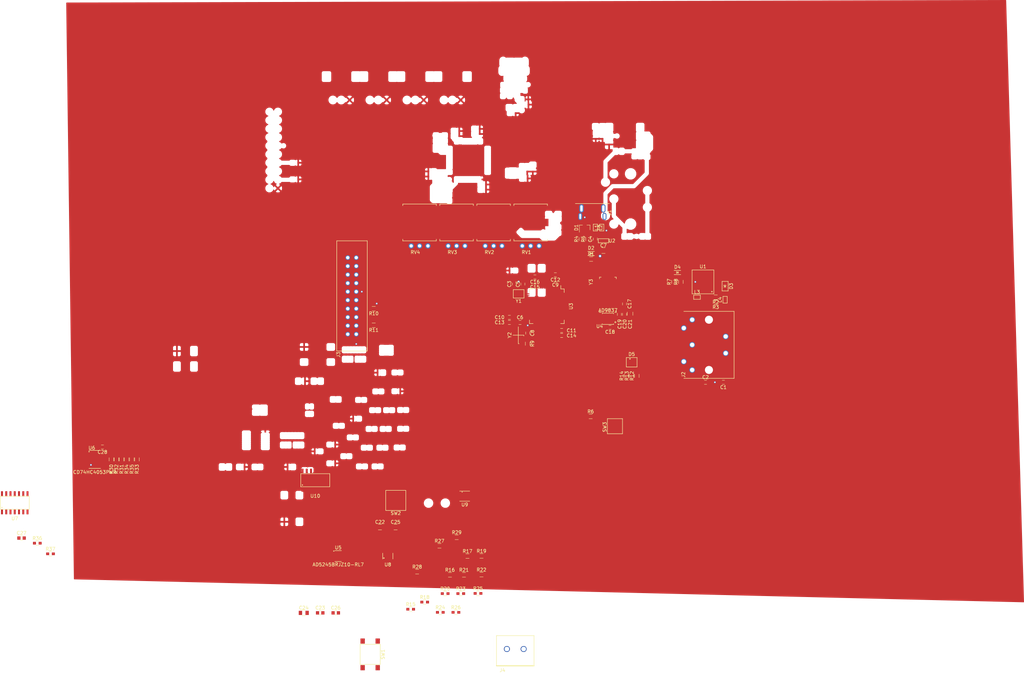
<source format=kicad_pcb>
(kicad_pcb (version 4) (host pcbnew 4.0.7-e2-6376~58~ubuntu16.04.1)
  (layers (0 F.Cu mixed) (31 B.Cu power) (34 B.Paste user) (35 F.Paste user) (36 B.SilkS user) (37 F.SilkS user) (38 B.Mask user) (39 F.Mask user) (44 Edge.Cuts user))
  (net 0 "")
  (net 1 GND)
  (net 2 "Net-(C1-Pad1)")
  (net 3 "Net-(C2-Pad1)")
  (net 4 "Net-(C3-Pad1)")
  (net 5 +5V)
  (net 6 "Net-(C5-Pad1)")
  (net 7 "Net-(C6-Pad1)")
  (net 8 +3V3)
  (net 9 "Net-(C8-Pad1)")
  (net 10 "Net-(D1-Pad1)")
  (net 11 "Net-(D1-Pad2)")
  (net 12 "Net-(D2-Pad2)")
  (net 13 "Net-(D3-Pad1)")
  (net 14 "Net-(D3-Pad2)")
  (net 15 "Net-(D4-Pad2)")
  (net 16 "Net-(D5-Pad1)")
  (net 17 "Net-(D5-Pad2)")
  (net 18 "Net-(D5-Pad3)")
  (net 19 "Net-(J1-Pad1)")
  (net 20 "Net-(J1-Pad4)")
  (net 21 "Net-(J1-Pad6)")
  (net 22 "Net-(J2-Pad1)")
  (net 23 "Net-(J2-Pad3)")
  (net 24 "Net-(J2-Pad4)")
  (net 25 "Net-(J2-Pad5)")
  (net 26 "Net-(J3-Pad2)")
  (net 27 /~JTAG_TRST)
  (net 28 /JTAG_TDI)
  (net 29 /JTAG_TMS)
  (net 30 /JTAG_TCLK)
  (net 31 /JTAG_TDO)
  (net 32 /~RESET)
  (net 33 "Net-(J3-Pad17)")
  (net 34 "Net-(J3-Pad19)")
  (net 35 /PTB16)
  (net 36 /PTB3)
  (net 37 /PTB2)
  (net 38 /ADC0_DP3)
  (net 39 /ADC0_DM3)
  (net 40 /ADC0_DP0)
  (net 41 /ADC0_DM0)
  (net 42 "Net-(L3-Pad1)")
  (net 43 "Net-(U1-Pad3)")
  (net 44 "Net-(U3-Pad7)")
  (net 45 "Net-(U3-Pad8)")
  (net 46 "Net-(U3-Pad21)")
  (net 47 "Net-(J4-Pad1)")
  (net 48 "Net-(U3-Pad18)")
  (net 49 "Net-(U3-Pad26)")
  (net 50 "Net-(C18-Pad1)")
  (net 51 "Net-(C19-Pad2)")
  (net 52 "Net-(C24-Pad1)")
  (net 53 "Net-(C24-Pad2)")
  (net 54 "Net-(C25-Pad1)")
  (net 55 /WAVEGEN)
  (net 56 /MIDI_IN)
  (net 57 "Net-(J4-Pad2)")
  (net 58 /USB_DP)
  (net 59 /USB_DM)
  (net 60 /LED_BLUE)
  (net 61 /LED_GREEN)
  (net 62 /LED_RED)
  (net 63 "Net-(R15-Pad1)")
  (net 64 "Net-(R17-Pad1)")
  (net 65 "Net-(R17-Pad2)")
  (net 66 "Net-(R18-Pad1)")
  (net 67 "Net-(R18-Pad2)")
  (net 68 "Net-(R19-Pad1)")
  (net 69 "Net-(R20-Pad1)")
  (net 70 "Net-(R23-Pad1)")
  (net 71 "Net-(R23-Pad2)")
  (net 72 "Net-(R25-Pad2)")
  (net 73 "Net-(R26-Pad2)")
  (net 74 "Net-(R28-Pad2)")
  (net 75 "Net-(R30-Pad2)")
  (net 76 "Net-(R33-Pad1)")
  (net 77 "Net-(R36-Pad1)")
  (net 78 /NORM_WAVEGEN)
  (net 79 "Net-(SW1-Pad2)")
  (net 80 "Net-(SW1-Pad4)")
  (net 81 "Net-(SW2-Pad2)")
  (net 82 "Net-(SW2-Pad4)")
  (net 83 "Net-(SW3-Pad1)")
  (net 84 "Net-(SW3-Pad3)")
  (net 85 "Net-(U3-Pad1)")
  (net 86 /VREF_OUT)
  (net 87 /FTM1_CH0)
  (net 88 /FTM1_CH1)
  (net 89 /I2C0_SCL)
  (net 90 /I2C0_SDA)
  (net 91 "Net-(U3-Pad40)")
  (net 92 "Net-(U3-Pad41)")
  (net 93 "Net-(U3-Pad42)")
  (net 94 /SPI0_PCS0)
  (net 95 /SPI0_SCK)
  (net 96 /SPI0_SOUT)
  (net 97 "Net-(U3-Pad52)")
  (net 98 "Net-(U3-Pad53)")
  (net 99 "Net-(U3-Pad54)")
  (net 100 "Net-(U3-Pad55)")
  (net 101 "Net-(U3-Pad56)")
  (net 102 "Net-(U3-Pad57)")
  (net 103 "Net-(U3-Pad58)")
  (net 104 "Net-(U3-Pad59)")
  (net 105 "Net-(U3-Pad60)")
  (net 106 /FTM0_CH4)
  (net 107 /FTM0_CH5)
  (net 108 /FTM0_CH6)
  (net 109 /FTM0_CH7)
  (net 110 "Net-(U4-Pad5)")
  (net 111 "Net-(U10-Pad3)")
  (net 112 "Net-(U5-Pad6)")
  (net 113 "Net-(U6-Pad1)")
  (net 114 "Net-(U6-Pad2)")
  (net 115 "Net-(U6-Pad11)")
  (net 116 /~SQUARE)
  (net 117 "Net-(U6-Pad15)")
  (net 118 "Net-(U7-Pad12)")
  (net 119 "Net-(U7-Pad13)")
  (net 120 "Net-(U7-Pad14)")
  (net 121 "Net-(U10-Pad10)")
  (net 122 "Net-(U9-Pad2)")
  (net 123 "Net-(Y3-Pad1)")
  (module k20_dev_board:MCP1702T-3302E (layer F.Cu) (at 207.264 92.075)
    (fp_text reference U2 (at 2.54 0) (layer F.SilkS))
    (fp_text value MCP1702T-3302E/CB)
    (pad 3 smd rect (at 0 -1.35) (size 0.6 1) (layers F.Cu F.Paste F.Mask) (net 5 +5V))
    (pad 1 smd rect (at -0.95 1.35) (size 0.6 1) (layers F.Cu F.Paste F.Mask) (net 1 GND))
    (pad 2 smd rect (at 0.95 1.35) (size 0.6 1) (layers F.Cu F.Paste F.Mask) (net 8 +3V3))
  )
  (module k20_dev_board:PTS645SM43SMTR92 (layer F.Cu) (at 137.668 215.5698 90)
    (fp_text reference SW1 (at 0 3.81 90) (layer F.SilkS))
    (fp_text value SW_Push_Dual_x2)
    (pad 2 smd rect (at 3.975 -2.25 90) (size 1.55 1.3) (layers F.Cu F.Paste F.Mask) (net 79 "Net-(SW1-Pad2)"))
    (pad 4 smd rect (at 3.975 2.25 90) (size 1.55 1.3) (layers F.Cu F.Paste F.Mask) (net 80 "Net-(SW1-Pad4)"))
    (pad 3 smd rect (at -3.975 2.25 90) (size 1.55 1.3) (layers F.Cu F.Paste F.Mask) (net 37 /PTB2))
    (pad 1 smd rect (at -3.975 -2.25 90) (size 1.55 1.3) (layers F.Cu F.Paste F.Mask) (net 8 +3V3))
  )
  (module k20_dev_board:OSTTA020161 (layer F.Cu) (at 180.9496 213.9696)
    (fp_text reference J4 (at -3.81 6.35) (layer F.SilkS))
    (fp_text value Screw_Terminal_01x02)
    (pad 2 thru_hole circle (at 2.5 0) (size 1.8 1.8) (drill 1.3) (layers *.Cu *.Mask) (net 57 "Net-(J4-Pad2)"))
    (pad 1 thru_hole circle (at -2.5 0) (size 1.8 1.8) (drill 1.3) (layers *.Cu *.Mask) (net 47 "Net-(J4-Pad1)"))
  )
  (module Capacitors_SMD:C_0805 (layer F.Cu) (at 207.264 94.996)
    (fp_text reference C7 (at 0 -1.5) (layer F.SilkS))
    (fp_text value 10uF)
    (pad 1 smd rect (at -1 0) (size 1 1.25) (layers F.Cu F.Paste F.Mask) (net 1 GND))
    (pad 2 smd rect (at 1 0) (size 1 1.25) (layers F.Cu F.Paste F.Mask) (net 8 +3V3))
  )
  (module k20_dev_board:C_0603 (layer F.Cu) (at 192.913 103.759 180)
    (fp_text reference C9 (at 0 -1.5 180) (layer F.SilkS))
    (fp_text value 0.1uF)
    (pad 2 smd rect (at 0.8 0 180) (size 0.95 1) (layers F.Cu F.Paste F.Mask) (net 1 GND))
    (pad 1 smd rect (at -0.8 0 180) (size 0.95 1) (layers F.Cu F.Paste F.Mask) (net 8 +3V3))
  )
  (module k20_dev_board:C_0603 (layer F.Cu) (at 243.0526 134.3279 180)
    (fp_text reference C1 (at 0 -1.5 180) (layer F.SilkS))
    (fp_text value 0.1uF)
    (pad 2 smd rect (at 0.8 0 180) (size 0.95 1) (layers F.Cu F.Paste F.Mask) (net 1 GND))
    (pad 1 smd rect (at -0.8 0 180) (size 0.95 1) (layers F.Cu F.Paste F.Mask) (net 2 "Net-(C1-Pad1)"))
  )
  (module k20_dev_board:C_0603 (layer F.Cu) (at 237.7186 134.3279)
    (fp_text reference C2 (at 0 -1.5) (layer F.SilkS))
    (fp_text value 0.1uF)
    (pad 2 smd rect (at 0.8 0) (size 0.95 1) (layers F.Cu F.Paste F.Mask) (net 1 GND))
    (pad 1 smd rect (at -0.8 0) (size 0.95 1) (layers F.Cu F.Paste F.Mask) (net 3 "Net-(C2-Pad1)"))
  )
  (module k20_dev_board:C_0603 (layer F.Cu) (at 180.6956 105.0036 90)
    (fp_text reference C3 (at 0 -1.5 90) (layer F.SilkS))
    (fp_text value 22pF)
    (pad 2 smd rect (at 0.8 0 90) (size 0.95 1) (layers F.Cu F.Paste F.Mask) (net 1 GND))
    (pad 1 smd rect (at -0.8 0 90) (size 0.95 1) (layers F.Cu F.Paste F.Mask) (net 4 "Net-(C3-Pad1)"))
  )
  (module k20_dev_board:C_0603 (layer F.Cu) (at 204.851 91.567 90)
    (fp_text reference C4 (at 0 -1.5 90) (layer F.SilkS))
    (fp_text value 1uF)
    (pad 2 smd rect (at 0.8 0 90) (size 0.95 1) (layers F.Cu F.Paste F.Mask) (net 5 +5V))
    (pad 1 smd rect (at -0.8 0 90) (size 0.95 1) (layers F.Cu F.Paste F.Mask) (net 1 GND))
  )
  (module k20_dev_board:C_0603 (layer F.Cu) (at 183.2356 105.0036 90)
    (fp_text reference C5 (at 0 -1.5 90) (layer F.SilkS))
    (fp_text value 22pF)
    (pad 2 smd rect (at 0.8 0 90) (size 0.95 1) (layers F.Cu F.Paste F.Mask) (net 1 GND))
    (pad 1 smd rect (at -0.8 0 90) (size 0.95 1) (layers F.Cu F.Paste F.Mask) (net 6 "Net-(C5-Pad1)"))
  )
  (module k20_dev_board:C_0603 (layer F.Cu) (at 182.372 116.459)
    (fp_text reference C6 (at 0 -1.5) (layer F.SilkS))
    (fp_text value 22pF)
    (pad 2 smd rect (at 0.8 0) (size 0.95 1) (layers F.Cu F.Paste F.Mask) (net 1 GND))
    (pad 1 smd rect (at -0.8 0) (size 0.95 1) (layers F.Cu F.Paste F.Mask) (net 7 "Net-(C6-Pad1)"))
  )
  (module k20_dev_board:C_0603 (layer F.Cu) (at 184.658 119.634 90)
    (fp_text reference C8 (at 0 1.397 90) (layer F.SilkS))
    (fp_text value 22pF)
    (pad 2 smd rect (at 0.8 0 90) (size 0.95 1) (layers F.Cu F.Paste F.Mask) (net 1 GND))
    (pad 1 smd rect (at -0.8 0 90) (size 0.95 1) (layers F.Cu F.Paste F.Mask) (net 9 "Net-(C8-Pad1)"))
  )
  (module k20_dev_board:C_0603 (layer F.Cu) (at 179.197 114.935)
    (fp_text reference C10 (at -2.921 0) (layer F.SilkS))
    (fp_text value 0.1uF)
    (pad 2 smd rect (at 0.8 0) (size 0.95 1) (layers F.Cu F.Paste F.Mask) (net 1 GND))
    (pad 1 smd rect (at -0.8 0) (size 0.95 1) (layers F.Cu F.Paste F.Mask) (net 8 +3V3))
  )
  (module k20_dev_board:C_0603 (layer F.Cu) (at 194.7926 118.8466 180)
    (fp_text reference C11 (at -2.9464 -0.0254 180) (layer F.SilkS))
    (fp_text value 0.1uF)
    (pad 2 smd rect (at 0.8 0 180) (size 0.95 1) (layers F.Cu F.Paste F.Mask) (net 1 GND))
    (pad 1 smd rect (at -0.8 0 180) (size 0.95 1) (layers F.Cu F.Paste F.Mask) (net 8 +3V3))
  )
  (module k20_dev_board:C_0603 (layer F.Cu) (at 192.913 102.235 180)
    (fp_text reference C12 (at 0 -1.5 180) (layer F.SilkS))
    (fp_text value 1uF)
    (pad 2 smd rect (at 0.8 0 180) (size 0.95 1) (layers F.Cu F.Paste F.Mask) (net 1 GND))
    (pad 1 smd rect (at -0.8 0 180) (size 0.95 1) (layers F.Cu F.Paste F.Mask) (net 8 +3V3))
  )
  (module k20_dev_board:C_0603 (layer F.Cu) (at 179.197 116.459)
    (fp_text reference C13 (at -2.921 0) (layer F.SilkS))
    (fp_text value 1uF)
    (pad 2 smd rect (at 0.8 0) (size 0.95 1) (layers F.Cu F.Paste F.Mask) (net 1 GND))
    (pad 1 smd rect (at -0.8 0) (size 0.95 1) (layers F.Cu F.Paste F.Mask) (net 8 +3V3))
  )
  (module k20_dev_board:C_0603 (layer F.Cu) (at 194.7926 120.3706 180)
    (fp_text reference C14 (at -2.9464 -0.0254 180) (layer F.SilkS))
    (fp_text value 1uF)
    (pad 2 smd rect (at 0.8 0 180) (size 0.95 1) (layers F.Cu F.Paste F.Mask) (net 1 GND))
    (pad 1 smd rect (at -0.8 0 180) (size 0.95 1) (layers F.Cu F.Paste F.Mask) (net 8 +3V3))
  )
  (module k20_dev_board:C_0603 (layer F.Cu) (at 186.817 104.394 180)
    (fp_text reference C15 (at 0 -1.5 180) (layer F.SilkS))
    (fp_text value 0.1uF)
    (pad 2 smd rect (at 0.8 0 180) (size 0.95 1) (layers F.Cu F.Paste F.Mask) (net 1 GND))
    (pad 1 smd rect (at -0.8 0 180) (size 0.95 1) (layers F.Cu F.Paste F.Mask) (net 8 +3V3))
  )
  (module TO_SOT_Packages_SMD:SOT-23 (layer F.Cu) (at 201.676 88.138 90)
    (fp_text reference D1 (at 0 -2.5 90) (layer F.SilkS))
    (fp_text value D_TVS_x2_AAC)
    (pad 1 smd rect (at -1 -0.95 90) (size 0.9 0.8) (layers F.Cu F.Paste F.Mask) (net 10 "Net-(D1-Pad1)"))
    (pad 2 smd rect (at -1 0.95 90) (size 0.9 0.8) (layers F.Cu F.Paste F.Mask) (net 11 "Net-(D1-Pad2)"))
    (pad 3 smd rect (at 1 0 90) (size 0.9 0.8) (layers F.Cu F.Paste F.Mask) (net 1 GND))
  )
  (module k20_dev_board:LTST-C170TGKT (layer F.Cu) (at 203.581 95.885 180)
    (fp_text reference D2 (at 0 1.651 180) (layer F.SilkS))
    (fp_text value LED)
    (pad 1 smd rect (at -1.05 0 180) (size 1.2 1.2) (layers F.Cu F.Paste F.Mask) (net 1 GND))
    (pad 2 smd rect (at 1.05 0 180) (size 1.2 1.2) (layers F.Cu F.Paste F.Mask) (net 12 "Net-(D2-Pad2)"))
  )
  (module k20_dev_board:1N4148W-TP (layer F.Cu) (at 243.5606 105.6259 90)
    (fp_text reference D3 (at 0 1.778 90) (layer F.SilkS))
    (fp_text value D)
    (pad 1 smd rect (at -1.6383 0 90) (size 0.9144 1.2192) (layers F.Cu F.Paste F.Mask) (net 13 "Net-(D3-Pad1)"))
    (pad 2 smd rect (at 1.6383 0 90) (size 0.9144 1.2192) (layers F.Cu F.Paste F.Mask) (net 14 "Net-(D3-Pad2)"))
  )
  (module k20_dev_board:LTST-C170TGKT (layer F.Cu) (at 229.3366 101.5619 180)
    (fp_text reference D4 (at 0 1.651 180) (layer F.SilkS))
    (fp_text value LED)
    (pad 1 smd rect (at -1.05 0 180) (size 1.2 1.2) (layers F.Cu F.Paste F.Mask) (net 56 /MIDI_IN))
    (pad 2 smd rect (at 1.05 0 180) (size 1.2 1.2) (layers F.Cu F.Paste F.Mask) (net 15 "Net-(D4-Pad2)"))
  )
  (module k20_dev_board:XZM2CRKM2DGFBB45SCCB (layer F.Cu) (at 215.6841 128.3589 180)
    (fp_text reference D5 (at 0 2.413 180) (layer F.SilkS))
    (fp_text value LED_CRGB_altpin)
    (pad 1 smd rect (at 1.4 0.725 180) (size 1.2 0.9) (layers F.Cu F.Paste F.Mask) (net 16 "Net-(D5-Pad1)"))
    (pad 2 smd rect (at -1.4 0.725 180) (size 1.2 0.9) (layers F.Cu F.Paste F.Mask) (net 17 "Net-(D5-Pad2)"))
    (pad 3 smd rect (at -1.4 -0.725 180) (size 1.2 0.9) (layers F.Cu F.Paste F.Mask) (net 18 "Net-(D5-Pad3)"))
    (pad 4 smd rect (at 1.4 -0.725 180) (size 1.2 0.9) (layers F.Cu F.Paste F.Mask) (net 1 GND))
  )
  (module k20_dev_board:MPZ2012S331AT000 (layer F.Cu) (at 206.756 88.138 270)
    (fp_text reference L1 (at 0 1.524 270) (layer F.SilkS))
    (fp_text value 330)
    (pad 1 smd rect (at -0.9 0 270) (size 0.8 1.2) (layers F.Cu F.Paste F.Mask) (net 21 "Net-(J1-Pad6)"))
    (pad 2 smd rect (at 0.9 0 270) (size 0.8 1.2) (layers F.Cu F.Paste F.Mask) (net 1 GND))
  )
  (module k20_dev_board:MPZ2012S331AT000 (layer F.Cu) (at 204.851 88.138 90)
    (fp_text reference L2 (at 0 1.524 90) (layer F.SilkS))
    (fp_text value 330)
    (pad 1 smd rect (at -0.9 0 90) (size 0.8 1.2) (layers F.Cu F.Paste F.Mask) (net 5 +5V))
    (pad 2 smd rect (at 0.9 0 90) (size 0.8 1.2) (layers F.Cu F.Paste F.Mask) (net 19 "Net-(J1-Pad1)"))
  )
  (module k20_dev_board:MMZ2012R102AT000 (layer F.Cu) (at 235.1786 108.9279 180)
    (fp_text reference L3 (at 0 1.524 180) (layer F.SilkS))
    (fp_text value 1k@100MHz)
    (pad 1 smd rect (at -0.9 0 180) (size 0.8 1.2) (layers F.Cu F.Paste F.Mask) (net 42 "Net-(L3-Pad1)"))
    (pad 2 smd rect (at 0.9 0 180) (size 0.8 1.2) (layers F.Cu F.Paste F.Mask) (net 24 "Net-(J2-Pad4)"))
  )
  (module k20_dev_board:MMZ2012R102AT000 (layer F.Cu) (at 243.5606 109.6899 270)
    (fp_text reference L4 (at 0 1.524 270) (layer F.SilkS))
    (fp_text value 1k@100MHz)
    (pad 1 smd rect (at -0.9 0 270) (size 0.8 1.2) (layers F.Cu F.Paste F.Mask) (net 14 "Net-(D3-Pad2)"))
    (pad 2 smd rect (at 0.9 0 270) (size 0.8 1.2) (layers F.Cu F.Paste F.Mask) (net 25 "Net-(J2-Pad5)"))
  )
  (module k20_dev_board:R_0603 (layer F.Cu) (at 203.581 97.536)
    (fp_text reference R1 (at 0 -1.45) (layer F.SilkS))
    (fp_text value 1k)
    (pad 1 smd rect (at -0.85 0) (size 0.9 0.8) (layers F.Cu F.Paste F.Mask) (net 12 "Net-(D2-Pad2)"))
    (pad 2 smd rect (at 0.85 0) (size 0.9 0.8) (layers F.Cu F.Paste F.Mask) (net 8 +3V3))
  )
  (module k20_dev_board:R_0603 (layer F.Cu) (at 240.7666 108.9279 180)
    (fp_text reference R2 (at 0 -1.45 180) (layer F.SilkS))
    (fp_text value 806)
    (pad 1 smd rect (at -0.85 0 180) (size 0.9 0.8) (layers F.Cu F.Paste F.Mask) (net 13 "Net-(D3-Pad1)"))
    (pad 2 smd rect (at 0.85 0 180) (size 0.9 0.8) (layers F.Cu F.Paste F.Mask) (net 42 "Net-(L3-Pad1)"))
  )
  (module k20_dev_board:R_0603 (layer F.Cu) (at 240.7666 110.4519 180)
    (fp_text reference R3 (at 0 -1.45 180) (layer F.SilkS))
    (fp_text value 301)
    (pad 1 smd rect (at -0.85 0 180) (size 0.9 0.8) (layers F.Cu F.Paste F.Mask) (net 13 "Net-(D3-Pad1)"))
    (pad 2 smd rect (at 0.85 0 180) (size 0.9 0.8) (layers F.Cu F.Paste F.Mask) (net 42 "Net-(L3-Pad1)"))
  )
  (module k20_dev_board:R_0603 (layer F.Cu) (at 200.66 91.567 90)
    (fp_text reference R4 (at 0 -1.45 90) (layer F.SilkS))
    (fp_text value 33)
    (pad 1 smd rect (at -0.85 0 90) (size 0.9 0.8) (layers F.Cu F.Paste F.Mask) (net 58 /USB_DP))
    (pad 2 smd rect (at 0.85 0 90) (size 0.9 0.8) (layers F.Cu F.Paste F.Mask) (net 10 "Net-(D1-Pad1)"))
  )
  (module k20_dev_board:R_0603 (layer F.Cu) (at 202.692 91.567 90)
    (fp_text reference R5 (at 0 -1.45 90) (layer F.SilkS))
    (fp_text value 33)
    (pad 1 smd rect (at -0.85 0 90) (size 0.9 0.8) (layers F.Cu F.Paste F.Mask) (net 59 /USB_DM))
    (pad 2 smd rect (at 0.85 0 90) (size 0.9 0.8) (layers F.Cu F.Paste F.Mask) (net 11 "Net-(D1-Pad2)"))
  )
  (module k20_dev_board:R_0603 (layer F.Cu) (at 203.454 144.526)
    (fp_text reference R6 (at 0 -1.45) (layer F.SilkS))
    (fp_text value 10k)
    (pad 1 smd rect (at -0.85 0) (size 0.9 0.8) (layers F.Cu F.Paste F.Mask) (net 8 +3V3))
    (pad 2 smd rect (at 0.85 0) (size 0.9 0.8) (layers F.Cu F.Paste F.Mask) (net 32 /~RESET))
  )
  (module k20_dev_board:R_0603 (layer F.Cu) (at 228.3206 104.3559 90)
    (fp_text reference R7 (at 0 -1.45 90) (layer F.SilkS))
    (fp_text value 1k)
    (pad 1 smd rect (at -0.85 0 90) (size 0.9 0.8) (layers F.Cu F.Paste F.Mask) (net 8 +3V3))
    (pad 2 smd rect (at 0.85 0 90) (size 0.9 0.8) (layers F.Cu F.Paste F.Mask) (net 15 "Net-(D4-Pad2)"))
  )
  (module k20_dev_board:R_0603 (layer F.Cu) (at 230.3526 104.3559 90)
    (fp_text reference R8 (at 0 -1.45 90) (layer F.SilkS))
    (fp_text value 200)
    (pad 1 smd rect (at -0.85 0 90) (size 0.9 0.8) (layers F.Cu F.Paste F.Mask) (net 8 +3V3))
    (pad 2 smd rect (at 0.85 0 90) (size 0.9 0.8) (layers F.Cu F.Paste F.Mask) (net 56 /MIDI_IN))
  )
  (module k20_dev_board:R_0603 (layer F.Cu) (at 184.658 122.809 270)
    (fp_text reference R9 (at 0 -1.397 270) (layer F.SilkS))
    (fp_text value 1M)
    (pad 1 smd rect (at -0.85 0 270) (size 0.9 0.8) (layers F.Cu F.Paste F.Mask) (net 9 "Net-(C8-Pad1)"))
    (pad 2 smd rect (at 0.85 0 270) (size 0.9 0.8) (layers F.Cu F.Paste F.Mask) (net 7 "Net-(C6-Pad1)"))
  )
  (module k20_dev_board:R_0603 (layer F.Cu) (at 138.7221 112.3569 180)
    (fp_text reference R10 (at 0 -1.45 180) (layer F.SilkS))
    (fp_text value 100k)
    (pad 1 smd rect (at -0.85 0 180) (size 0.9 0.8) (layers F.Cu F.Paste F.Mask) (net 8 +3V3))
    (pad 2 smd rect (at 0.85 0 180) (size 0.9 0.8) (layers F.Cu F.Paste F.Mask) (net 29 /JTAG_TMS))
  )
  (module k20_dev_board:R_0603 (layer F.Cu) (at 138.7221 117.3099 180)
    (fp_text reference R11 (at 0 -1.45 180) (layer F.SilkS))
    (fp_text value 100k)
    (pad 1 smd rect (at -0.85 0 180) (size 0.9 0.8) (layers F.Cu F.Paste F.Mask) (net 8 +3V3))
    (pad 2 smd rect (at 0.85 0 180) (size 0.9 0.8) (layers F.Cu F.Paste F.Mask) (net 27 /~JTAG_TRST))
  )
  (module k20_dev_board:R_0603 (layer F.Cu) (at 217.2081 132.4229 90)
    (fp_text reference R12 (at 0 -1.45 90) (layer F.SilkS))
    (fp_text value 30.1)
    (pad 1 smd rect (at -0.85 0 90) (size 0.9 0.8) (layers F.Cu F.Paste F.Mask) (net 60 /LED_BLUE))
    (pad 2 smd rect (at 0.85 0 90) (size 0.9 0.8) (layers F.Cu F.Paste F.Mask) (net 18 "Net-(D5-Pad3)"))
  )
  (module k20_dev_board:R_0603 (layer F.Cu) (at 215.6841 132.4229 90)
    (fp_text reference R13 (at 0 -1.45 90) (layer F.SilkS))
    (fp_text value 30.1)
    (pad 1 smd rect (at -0.85 0 90) (size 0.9 0.8) (layers F.Cu F.Paste F.Mask) (net 61 /LED_GREEN))
    (pad 2 smd rect (at 0.85 0 90) (size 0.9 0.8) (layers F.Cu F.Paste F.Mask) (net 17 "Net-(D5-Pad2)"))
  )
  (module k20_dev_board:R_0603 (layer F.Cu) (at 214.1601 132.4229 90)
    (fp_text reference R14 (at 0 -1.45 90) (layer F.SilkS))
    (fp_text value 127)
    (pad 1 smd rect (at -0.85 0 90) (size 0.9 0.8) (layers F.Cu F.Paste F.Mask) (net 62 /LED_RED))
    (pad 2 smd rect (at 0.85 0 90) (size 0.9 0.8) (layers F.Cu F.Paste F.Mask) (net 16 "Net-(D5-Pad1)"))
  )
  (module "k20_dev_board:H11L1S(TA)" (layer F.Cu) (at 236.9566 104.3559 180)
    (fp_text reference U1 (at 0 4.572 180) (layer F.SilkS))
    (fp_text value H11L1)
    (pad 1 smd rect (at -4.635 -2.54 180) (size 1.52 1.78) (layers F.Cu F.Paste F.Mask) (net 13 "Net-(D3-Pad1)"))
    (pad 2 smd rect (at -4.635 0 180) (size 1.52 1.78) (layers F.Cu F.Paste F.Mask) (net 14 "Net-(D3-Pad2)"))
    (pad 3 smd rect (at -4.635 2.54 180) (size 1.52 1.78) (layers F.Cu F.Paste F.Mask) (net 43 "Net-(U1-Pad3)"))
    (pad 4 smd rect (at 4.635 2.54 180) (size 1.52 1.78) (layers F.Cu F.Paste F.Mask) (net 56 /MIDI_IN))
    (pad 5 smd rect (at 4.635 0 180) (size 1.52 1.78) (layers F.Cu F.Paste F.Mask) (net 1 GND))
    (pad 6 smd rect (at 4.635 -2.54 180) (size 1.52 1.78) (layers F.Cu F.Paste F.Mask) (net 8 +3V3))
  )
  (module k20_dev_board:ECS-.327-12.5-34B-TR (layer F.Cu) (at 181.9656 107.9246)
    (fp_text reference Y1 (at 0 2.159) (layer F.SilkS))
    (fp_text value Crystal)
    (pad 1 smd rect (at -1.25 0) (size 1.1 1.9) (layers F.Cu F.Paste F.Mask) (net 4 "Net-(C3-Pad1)"))
    (pad 2 smd rect (at 1.25 0) (size 1.1 1.9) (layers F.Cu F.Paste F.Mask) (net 6 "Net-(C5-Pad1)"))
  )
  (module k20_dev_board:ABM3B-8.000MHZ-B2-T (layer F.Cu) (at 181.864 120.269 90)
    (fp_text reference Y2 (at 0 -2.6035 270) (layer F.SilkS))
    (fp_text value Crystal_GND24)
    (pad 1 smd rect (at -2 1.2 90) (size 1.8 1.2) (layers F.Cu F.Paste F.Mask) (net 9 "Net-(C8-Pad1)"))
    (pad 2 smd rect (at 2 1.2 90) (size 1.8 1.2) (layers F.Cu F.Paste F.Mask) (net 1 GND))
    (pad 3 smd rect (at 2 -1.2 90) (size 1.8 1.2) (layers F.Cu F.Paste F.Mask) (net 7 "Net-(C6-Pad1)"))
    (pad 4 smd rect (at -2 -1.2 90) (size 1.8 1.2) (layers F.Cu F.Paste F.Mask) (net 1 GND))
  )
  (module k20_dev_board:SBH11-PBPC-D10-ST-BK (layer F.Cu) (at 132.2451 108.5469 180)
    (fp_text reference J3 (at 4.064 -17.526 450) (layer F.SilkS))
    (fp_text value Conn_02x10_Odd_Even)
    (pad 1 thru_hole circle (at -1.27 -11.43 180) (size 1.4318 1.4318) (drill 1) (layers *.Cu *.Mask) (net 8 +3V3))
    (pad 2 thru_hole circle (at 1.27 -11.43 180) (size 1.4318 1.4318) (drill 1) (layers *.Cu *.Mask) (net 26 "Net-(J3-Pad2)"))
    (pad 3 thru_hole circle (at -1.27 -8.89 180) (size 1.4318 1.4318) (drill 1) (layers *.Cu *.Mask) (net 27 /~JTAG_TRST))
    (pad 4 thru_hole circle (at 1.27 -8.89 180) (size 1.4318 1.4318) (drill 1) (layers *.Cu *.Mask) (net 1 GND))
    (pad 5 thru_hole circle (at -1.27 -6.35 180) (size 1.4318 1.4318) (drill 1) (layers *.Cu *.Mask) (net 28 /JTAG_TDI))
    (pad 6 thru_hole circle (at 1.27 -6.35 180) (size 1.4318 1.4318) (drill 1) (layers *.Cu *.Mask) (net 1 GND))
    (pad 7 thru_hole circle (at -1.27 -3.81 180) (size 1.4318 1.4318) (drill 1) (layers *.Cu *.Mask) (net 29 /JTAG_TMS))
    (pad 8 thru_hole circle (at 1.27 -3.81 180) (size 1.4318 1.4318) (drill 1) (layers *.Cu *.Mask) (net 1 GND))
    (pad 9 thru_hole circle (at -1.27 -1.27 180) (size 1.4318 1.4318) (drill 1) (layers *.Cu *.Mask) (net 30 /JTAG_TCLK))
    (pad 10 thru_hole circle (at 1.27 -1.27 180) (size 1.4318 1.4318) (drill 1) (layers *.Cu *.Mask) (net 1 GND))
    (pad 11 thru_hole circle (at -1.27 1.27 180) (size 1.4318 1.4318) (drill 1) (layers *.Cu *.Mask) (net 1 GND))
    (pad 12 thru_hole circle (at 1.27 1.27 180) (size 1.4318 1.4318) (drill 1) (layers *.Cu *.Mask) (net 1 GND))
    (pad 13 thru_hole circle (at -1.27 3.81 180) (size 1.4318 1.4318) (drill 1) (layers *.Cu *.Mask) (net 31 /JTAG_TDO))
    (pad 14 thru_hole circle (at 1.27 3.81 180) (size 1.4318 1.4318) (drill 1) (layers *.Cu *.Mask) (net 1 GND))
    (pad 15 thru_hole circle (at -1.27 6.35 180) (size 1.4318 1.4318) (drill 1) (layers *.Cu *.Mask) (net 32 /~RESET))
    (pad 16 thru_hole circle (at 1.27 6.35 180) (size 1.4318 1.4318) (drill 1) (layers *.Cu *.Mask) (net 1 GND))
    (pad 17 thru_hole circle (at -1.27 8.89 180) (size 1.4318 1.4318) (drill 1) (layers *.Cu *.Mask) (net 33 "Net-(J3-Pad17)"))
    (pad 18 thru_hole circle (at 1.27 8.89 180) (size 1.4318 1.4318) (drill 1) (layers *.Cu *.Mask) (net 1 GND))
    (pad 19 thru_hole circle (at -1.27 11.43 180) (size 1.4318 1.4318) (drill 1) (layers *.Cu *.Mask) (net 34 "Net-(J3-Pad19)"))
    (pad 20 thru_hole circle (at 1.27 11.43 180) (size 1.4318 1.4318) (drill 1) (layers *.Cu *.Mask) (net 1 GND))
  )
  (module k20_dev_board:2040002-1 (layer F.Cu) (at 203.962 82.423 180)
    (fp_text reference J1 (at -5.08 -1.27 270) (layer F.SilkS))
    (fp_text value USB_OTG_PWR)
    (pad 1 smd rect (at -1.3 -2.675 180) (size 0.4 1.35) (layers F.Cu F.Paste F.Mask) (net 19 "Net-(J1-Pad1)"))
    (pad 2 smd rect (at -0.65 -2.675 180) (size 0.4 1.35) (layers F.Cu F.Paste F.Mask) (net 11 "Net-(D1-Pad2)"))
    (pad 3 smd rect (at 0 -2.675 180) (size 0.4 1.35) (layers F.Cu F.Paste F.Mask) (net 10 "Net-(D1-Pad1)"))
    (pad 4 smd rect (at 0.65 -2.675 180) (size 0.4 1.35) (layers F.Cu F.Paste F.Mask) (net 20 "Net-(J1-Pad4)"))
    (pad 5 smd rect (at 1.3 -2.675 180) (size 0.4 1.35) (layers F.Cu F.Paste F.Mask) (net 1 GND))
    (pad 6 smd rect (at -1.2 0 180) (size 1.9 1.9) (layers F.Cu F.Paste F.Mask) (net 21 "Net-(J1-Pad6)"))
    (pad 6 smd rect (at 1.2 0 180) (size 1.9 1.9) (layers F.Cu F.Paste F.Mask) (net 21 "Net-(J1-Pad6)"))
    (pad "" thru_hole oval (at 3.255 0 180) (size 1.31 2.5) (drill oval 0.71 1.9) (layers *.Cu *.Mask))
    (pad "" thru_hole oval (at -3.255 0 180) (size 1.31 2.5) (drill oval 0.71 1.9) (layers *.Cu *.Mask))
    (pad "" thru_hole oval (at 3.615 -2.4 180) (size 1.16 2.16) (drill oval 0.56 1.56) (layers *.Cu *.Mask))
    (pad "" thru_hole oval (at -3.615 -2.4 180) (size 1.16 2.16) (drill oval 0.56 1.56) (layers *.Cu *.Mask))
  )
  (module k20_dev_board:SDF-50J (layer F.Cu) (at 238.7346 123.1519 90)
    (fp_text reference J2 (at -8.89 -7.62 90) (layer F.SilkS))
    (fp_text value MIDI-DIN-5)
    (pad "" np_thru_hole circle (at -7.5 0 90) (size 2.4 2.4) (drill 2.4) (layers *.Cu *.Mask))
    (pad "" np_thru_hole circle (at 7.5 0 90) (size 2.4 2.4) (drill 2.4) (layers *.Cu *.Mask))
    (pad 1 thru_hole circle (at 7.5 -5 90) (size 1.7318 1.7318) (drill 1.3) (layers *.Cu *.Mask) (net 22 "Net-(J2-Pad1)"))
    (pad 2 thru_hole circle (at 0 -5 90) (size 1.7318 1.7318) (drill 1.3) (layers *.Cu *.Mask) (net 3 "Net-(C2-Pad1)"))
    (pad 3 thru_hole circle (at -7.5 -5 90) (size 1.7318 1.7318) (drill 1.3) (layers *.Cu *.Mask) (net 23 "Net-(J2-Pad3)"))
    (pad 4 thru_hole circle (at 5 -7.5 90) (size 1.7318 1.7318) (drill 1.3) (layers *.Cu *.Mask) (net 24 "Net-(J2-Pad4)"))
    (pad 5 thru_hole circle (at -5 -7.5 90) (size 1.7318 1.7318) (drill 1.3) (layers *.Cu *.Mask) (net 25 "Net-(J2-Pad5)"))
    (pad ~ thru_hole circle (at 2.5 5 90) (size 1.7318 1.7318) (drill 1.3) (layers *.Cu *.Mask) (net 2 "Net-(C1-Pad1)"))
    (pad ~ thru_hole circle (at -2.5 5 90) (size 1.7318 1.7318) (drill 1.3) (layers *.Cu *.Mask) (net 2 "Net-(C1-Pad1)"))
  )
  (module k20_dev_board:C_0603 (layer F.Cu) (at 213.5505 110.9345 270)
    (fp_text reference C17 (at 0 -1.5 270) (layer F.SilkS))
    (fp_text value 0.1uF)
    (pad 2 smd rect (at 0.8 0 270) (size 0.95 1) (layers F.Cu F.Paste F.Mask) (net 1 GND))
    (pad 1 smd rect (at -0.8 0 270) (size 0.95 1) (layers F.Cu F.Paste F.Mask) (net 8 +3V3))
  )
  (module k20_dev_board:C_0603 (layer F.Cu) (at 209.2325 117.9195 180)
    (fp_text reference C18 (at 0 -1.397 180) (layer F.SilkS))
    (fp_text value 10nF)
    (pad 2 smd rect (at 0.8 0 180) (size 0.95 1) (layers F.Cu F.Paste F.Mask) (net 8 +3V3))
    (pad 1 smd rect (at -0.8 0 180) (size 0.95 1) (layers F.Cu F.Paste F.Mask) (net 50 "Net-(C18-Pad1)"))
  )
  (module k20_dev_board:C_0603 (layer F.Cu) (at 212.0265 114.046 270)
    (fp_text reference C19 (at 2.921 -0.0635 270) (layer F.SilkS))
    (fp_text value 0.1uF)
    (pad 2 smd rect (at 0.8 0 270) (size 0.95 1) (layers F.Cu F.Paste F.Mask) (net 51 "Net-(C19-Pad2)"))
    (pad 1 smd rect (at -0.8 0 270) (size 0.95 1) (layers F.Cu F.Paste F.Mask) (net 1 GND))
  )
  (module k20_dev_board:C_0603 (layer F.Cu) (at 213.5505 114.046 90)
    (fp_text reference C20 (at -2.921 0.0635 90) (layer F.SilkS))
    (fp_text value 0.1uF)
    (pad 2 smd rect (at 0.8 0 90) (size 0.95 1) (layers F.Cu F.Paste F.Mask) (net 1 GND))
    (pad 1 smd rect (at -0.8 0 90) (size 0.95 1) (layers F.Cu F.Paste F.Mask) (net 8 +3V3))
  )
  (module Capacitors_SMD:C_0805 (layer F.Cu) (at 140.587333 177.5608)
    (fp_text reference C22 (at 0 -1.5) (layer F.SilkS))
    (fp_text value 10uF)
    (pad 1 smd rect (at -1 0) (size 1 1.25) (layers F.Cu F.Paste F.Mask) (net 1 GND))
    (pad 2 smd rect (at 1 0) (size 1 1.25) (layers F.Cu F.Paste F.Mask) (net 8 +3V3))
  )
  (module k20_dev_board:C_0603 (layer F.Cu) (at 122.755428 203.1808)
    (fp_text reference C23 (at 0 -1.5) (layer F.SilkS))
    (fp_text value 0.1uF)
    (pad 2 smd rect (at 0.8 0) (size 0.95 1) (layers F.Cu F.Paste F.Mask) (net 8 +3V3))
    (pad 1 smd rect (at -0.8 0) (size 0.95 1) (layers F.Cu F.Paste F.Mask) (net 1 GND))
  )
  (module Capacitors_SMD:C_0805 (layer F.Cu) (at 117.857333 203.1808)
    (fp_text reference C24 (at 0 -1.5) (layer F.SilkS))
    (fp_text value 33uF)
    (pad 1 smd rect (at -1 0) (size 1 1.25) (layers F.Cu F.Paste F.Mask) (net 52 "Net-(C24-Pad1)"))
    (pad 2 smd rect (at 1 0) (size 1 1.25) (layers F.Cu F.Paste F.Mask) (net 53 "Net-(C24-Pad2)"))
  )
  (module Capacitors_SMD:C_0805 (layer F.Cu) (at 145.247333 177.5608)
    (fp_text reference C25 (at 0 -1.5) (layer F.SilkS))
    (fp_text value 33uF)
    (pad 1 smd rect (at -1 0) (size 1 1.25) (layers F.Cu F.Paste F.Mask) (net 54 "Net-(C25-Pad1)"))
    (pad 2 smd rect (at 1 0) (size 1 1.25) (layers F.Cu F.Paste F.Mask) (net 1 GND))
  )
  (module k20_dev_board:C_0603 (layer F.Cu) (at 127.399001 203.1808)
    (fp_text reference C26 (at 0 -1.5) (layer F.SilkS))
    (fp_text value 1uF)
    (pad 2 smd rect (at 0.8 0) (size 0.95 1) (layers F.Cu F.Paste F.Mask) (net 5 +5V))
    (pad 1 smd rect (at -0.8 0) (size 0.95 1) (layers F.Cu F.Paste F.Mask) (net 1 GND))
  )
  (module k20_dev_board:C_0603 (layer F.Cu) (at 33.655 180.848)
    (fp_text reference C27 (at 0 -1.5) (layer F.SilkS))
    (fp_text value 1nF)
    (pad 2 smd rect (at 0.8 0) (size 0.95 1) (layers F.Cu F.Paste F.Mask) (net 1 GND))
    (pad 1 smd rect (at -0.8 0) (size 0.95 1) (layers F.Cu F.Paste F.Mask) (net 55 /WAVEGEN))
  )
  (module k20_dev_board:C_0603 (layer F.Cu) (at 57.785 153.67 180)
    (fp_text reference C28 (at 0 -1.5 180) (layer F.SilkS))
    (fp_text value 0.1uF)
    (pad 2 smd rect (at 0.8 0 180) (size 0.95 1) (layers F.Cu F.Paste F.Mask) (net 1 GND))
    (pad 1 smd rect (at -0.8 0 180) (size 0.95 1) (layers F.Cu F.Paste F.Mask) (net 8 +3V3))
  )
  (module k20_dev_board:R_0603 (layer F.Cu) (at 149.746501 202.0908)
    (fp_text reference R15 (at 0 -1.45) (layer F.SilkS))
    (fp_text value 10k)
    (pad 1 smd rect (at -0.85 0) (size 0.9 0.8) (layers F.Cu F.Paste F.Mask) (net 63 "Net-(R15-Pad1)"))
    (pad 2 smd rect (at 0.85 0) (size 0.9 0.8) (layers F.Cu F.Paste F.Mask) (net 8 +3V3))
  )
  (module k20_dev_board:R_0603 (layer F.Cu) (at 161.476501 191.8208)
    (fp_text reference R16 (at 0 -1.45) (layer F.SilkS))
    (fp_text value 10k)
    (pad 1 smd rect (at -0.85 0) (size 0.9 0.8) (layers F.Cu F.Paste F.Mask) (net 1 GND))
    (pad 2 smd rect (at 0.85 0) (size 0.9 0.8) (layers F.Cu F.Paste F.Mask) (net 63 "Net-(R15-Pad1)"))
  )
  (module k20_dev_board:R_0603 (layer F.Cu) (at 166.696501 186.2208)
    (fp_text reference R17 (at 0 -1.45) (layer F.SilkS))
    (fp_text value 10k)
    (pad 1 smd rect (at -0.85 0) (size 0.9 0.8) (layers F.Cu F.Paste F.Mask) (net 64 "Net-(R17-Pad1)"))
    (pad 2 smd rect (at 0.85 0) (size 0.9 0.8) (layers F.Cu F.Paste F.Mask) (net 65 "Net-(R17-Pad2)"))
  )
  (module k20_dev_board:R_0603 (layer F.Cu) (at 153.926501 199.9608)
    (fp_text reference R18 (at 0 -1.45) (layer F.SilkS))
    (fp_text value 10k)
    (pad 1 smd rect (at -0.85 0) (size 0.9 0.8) (layers F.Cu F.Paste F.Mask) (net 66 "Net-(R18-Pad1)"))
    (pad 2 smd rect (at 0.85 0) (size 0.9 0.8) (layers F.Cu F.Paste F.Mask) (net 67 "Net-(R18-Pad2)"))
  )
  (module k20_dev_board:R_0603 (layer F.Cu) (at 170.876501 186.1708)
    (fp_text reference R19 (at 0 -1.45) (layer F.SilkS))
    (fp_text value 10k)
    (pad 1 smd rect (at -0.85 0) (size 0.9 0.8) (layers F.Cu F.Paste F.Mask) (net 68 "Net-(R19-Pad1)"))
    (pad 2 smd rect (at 0.85 0) (size 0.9 0.8) (layers F.Cu F.Paste F.Mask) (net 64 "Net-(R17-Pad1)"))
  )
  (module k20_dev_board:R_0603 (layer F.Cu) (at 160.036501 197.4208)
    (fp_text reference R20 (at 0 -1.45) (layer F.SilkS))
    (fp_text value 10k)
    (pad 1 smd rect (at -0.85 0) (size 0.9 0.8) (layers F.Cu F.Paste F.Mask) (net 69 "Net-(R20-Pad1)"))
    (pad 2 smd rect (at 0.85 0) (size 0.9 0.8) (layers F.Cu F.Paste F.Mask) (net 66 "Net-(R18-Pad1)"))
  )
  (module k20_dev_board:R_0603 (layer F.Cu) (at 165.656501 191.8208)
    (fp_text reference R21 (at 0 -1.45) (layer F.SilkS))
    (fp_text value 10k)
    (pad 1 smd rect (at -0.85 0) (size 0.9 0.8) (layers F.Cu F.Paste F.Mask) (net 1 GND))
    (pad 2 smd rect (at 0.85 0) (size 0.9 0.8) (layers F.Cu F.Paste F.Mask) (net 37 /PTB2))
  )
  (module k20_dev_board:R_0603 (layer F.Cu) (at 170.876501 191.7708)
    (fp_text reference R22 (at 0 -1.45) (layer F.SilkS))
    (fp_text value 10k)
    (pad 1 smd rect (at -0.85 0) (size 0.9 0.8) (layers F.Cu F.Paste F.Mask) (net 1 GND))
    (pad 2 smd rect (at 0.85 0) (size 0.9 0.8) (layers F.Cu F.Paste F.Mask) (net 36 /PTB3))
  )
  (module k20_dev_board:R_0603 (layer F.Cu) (at 164.695428 197.4208)
    (fp_text reference R23 (at 0 -1.45) (layer F.SilkS))
    (fp_text value 6.98k)
    (pad 1 smd rect (at -0.85 0) (size 0.9 0.8) (layers F.Cu F.Paste F.Mask) (net 70 "Net-(R23-Pad1)"))
    (pad 2 smd rect (at 0.85 0) (size 0.9 0.8) (layers F.Cu F.Paste F.Mask) (net 71 "Net-(R23-Pad2)"))
  )
  (module k20_dev_board:R_0603 (layer F.Cu) (at 158.585428 203.0208)
    (fp_text reference R24 (at 0 -1.45) (layer F.SilkS))
    (fp_text value 1.58k)
    (pad 1 smd rect (at -0.85 0) (size 0.9 0.8) (layers F.Cu F.Paste F.Mask) (net 68 "Net-(R19-Pad1)"))
    (pad 2 smd rect (at 0.85 0) (size 0.9 0.8) (layers F.Cu F.Paste F.Mask) (net 70 "Net-(R23-Pad1)"))
  )
  (module k20_dev_board:R_0603 (layer F.Cu) (at 169.836501 197.3708)
    (fp_text reference R25 (at 0 -1.45) (layer F.SilkS))
    (fp_text value 10k)
    (pad 1 smd rect (at -0.85 0) (size 0.9 0.8) (layers F.Cu F.Paste F.Mask) (net 5 +5V))
    (pad 2 smd rect (at 0.85 0) (size 0.9 0.8) (layers F.Cu F.Paste F.Mask) (net 72 "Net-(R25-Pad2)"))
  )
  (module k20_dev_board:R_0603 (layer F.Cu) (at 163.246501 203.0208)
    (fp_text reference R26 (at 0 -1.45) (layer F.SilkS))
    (fp_text value 909)
    (pad 1 smd rect (at -0.85 0) (size 0.9 0.8) (layers F.Cu F.Paste F.Mask) (net 52 "Net-(C24-Pad1)"))
    (pad 2 smd rect (at 0.85 0) (size 0.9 0.8) (layers F.Cu F.Paste F.Mask) (net 73 "Net-(R26-Pad2)"))
  )
  (module k20_dev_board:R_0603 (layer F.Cu) (at 158.336501 183.1608)
    (fp_text reference R27 (at 0 -1.45) (layer F.SilkS))
    (fp_text value 909)
    (pad 1 smd rect (at -0.85 0) (size 0.9 0.8) (layers F.Cu F.Paste F.Mask) (net 52 "Net-(C24-Pad1)"))
    (pad 2 smd rect (at 0.85 0) (size 0.9 0.8) (layers F.Cu F.Paste F.Mask) (net 73 "Net-(R26-Pad2)"))
  )
  (module k20_dev_board:R_0603 (layer F.Cu) (at 151.676501 190.8908)
    (fp_text reference R28 (at 0 -1.45) (layer F.SilkS))
    (fp_text value 909)
    (pad 1 smd rect (at -0.85 0) (size 0.9 0.8) (layers F.Cu F.Paste F.Mask) (net 54 "Net-(C25-Pad1)"))
    (pad 2 smd rect (at 0.85 0) (size 0.9 0.8) (layers F.Cu F.Paste F.Mask) (net 74 "Net-(R28-Pad2)"))
  )
  (module k20_dev_board:R_0603 (layer F.Cu) (at 163.476501 180.6208)
    (fp_text reference R29 (at 0 -1.45) (layer F.SilkS))
    (fp_text value 909)
    (pad 1 smd rect (at -0.85 0) (size 0.9 0.8) (layers F.Cu F.Paste F.Mask) (net 54 "Net-(C25-Pad1)"))
    (pad 2 smd rect (at 0.85 0) (size 0.9 0.8) (layers F.Cu F.Paste F.Mask) (net 74 "Net-(R28-Pad2)"))
  )
  (module k20_dev_board:R_0603 (layer F.Cu) (at 60.452 157.353 270)
    (fp_text reference R30 (at 2.921 0 270) (layer F.SilkS))
    (fp_text value 499k)
    (pad 1 smd rect (at -0.85 0 270) (size 0.9 0.8) (layers F.Cu F.Paste F.Mask) (net 8 +3V3))
    (pad 2 smd rect (at 0.85 0 270) (size 0.9 0.8) (layers F.Cu F.Paste F.Mask) (net 75 "Net-(R30-Pad2)"))
  )
  (module k20_dev_board:R_0603 (layer F.Cu) (at 63.5 157.353 90)
    (fp_text reference R31 (at -2.921 0 90) (layer F.SilkS))
    (fp_text value 3.01k)
    (pad 1 smd rect (at -0.85 0 90) (size 0.9 0.8) (layers F.Cu F.Paste F.Mask) (net 75 "Net-(R30-Pad2)"))
    (pad 2 smd rect (at 0.85 0 90) (size 0.9 0.8) (layers F.Cu F.Paste F.Mask) (net 1 GND))
  )
  (module k20_dev_board:R_0603 (layer F.Cu) (at 61.976 157.353 270)
    (fp_text reference R32 (at 2.921 0 270) (layer F.SilkS))
    (fp_text value 12.7k)
    (pad 1 smd rect (at -0.85 0 270) (size 0.9 0.8) (layers F.Cu F.Paste F.Mask) (net 8 +3V3))
    (pad 2 smd rect (at 0.85 0 270) (size 0.9 0.8) (layers F.Cu F.Paste F.Mask) (net 75 "Net-(R30-Pad2)"))
  )
  (module k20_dev_board:R_0603 (layer F.Cu) (at 68.072 157.353 90)
    (fp_text reference R33 (at -2.921 0 90) (layer F.SilkS))
    (fp_text value 2M)
    (pad 1 smd rect (at -0.85 0 90) (size 0.9 0.8) (layers F.Cu F.Paste F.Mask) (net 76 "Net-(R33-Pad1)"))
    (pad 2 smd rect (at 0.85 0 90) (size 0.9 0.8) (layers F.Cu F.Paste F.Mask) (net 8 +3V3))
  )
  (module k20_dev_board:R_0603 (layer F.Cu) (at 65.024 157.353 90)
    (fp_text reference R34 (at -2.921 0 90) (layer F.SilkS))
    (fp_text value 143)
    (pad 1 smd rect (at -0.85 0 90) (size 0.9 0.8) (layers F.Cu F.Paste F.Mask) (net 76 "Net-(R33-Pad1)"))
    (pad 2 smd rect (at 0.85 0 90) (size 0.9 0.8) (layers F.Cu F.Paste F.Mask) (net 1 GND))
  )
  (module k20_dev_board:R_0603 (layer F.Cu) (at 66.548 157.353 90)
    (fp_text reference R35 (at -2.921 0 90) (layer F.SilkS))
    (fp_text value 12.7k)
    (pad 1 smd rect (at -0.85 0 90) (size 0.9 0.8) (layers F.Cu F.Paste F.Mask) (net 76 "Net-(R33-Pad1)"))
    (pad 2 smd rect (at 0.85 0 90) (size 0.9 0.8) (layers F.Cu F.Paste F.Mask) (net 8 +3V3))
  )
  (module k20_dev_board:R_0603 (layer F.Cu) (at 38.354 182.372)
    (fp_text reference R36 (at 0 -1.45) (layer F.SilkS))
    (fp_text value 4.02k)
    (pad 1 smd rect (at -0.85 0) (size 0.9 0.8) (layers F.Cu F.Paste F.Mask) (net 77 "Net-(R36-Pad1)"))
    (pad 2 smd rect (at 0.85 0) (size 0.9 0.8) (layers F.Cu F.Paste F.Mask) (net 78 /NORM_WAVEGEN))
  )
  (module k20_dev_board:R_0603 (layer F.Cu) (at 42.291 185.547)
    (fp_text reference R37 (at 0 -1.45) (layer F.SilkS))
    (fp_text value 1k)
    (pad 1 smd rect (at -0.85 0) (size 0.9 0.8) (layers F.Cu F.Paste F.Mask) (net 1 GND))
    (pad 2 smd rect (at 0.85 0) (size 0.9 0.8) (layers F.Cu F.Paste F.Mask) (net 77 "Net-(R36-Pad1)"))
  )
  (module k20_dev_board:PTV09A-4020U (layer F.Cu) (at 185.547 86.614)
    (fp_text reference RV1 (at -1.27 8.89) (layer F.SilkS))
    (fp_text value POT)
    (pad 3 thru_hole circle (at 2.5 7) (size 1.6 1.6) (drill 1) (layers *.Cu *.Mask) (net 8 +3V3))
    (pad 2 thru_hole circle (at 0 7) (size 1.6 1.6) (drill 1) (layers *.Cu *.Mask) (net 40 /ADC0_DP0))
    (pad "" smd rect (at 4.4 0) (size 1.8 2.2) (layers F.Cu F.Paste F.Mask))
    (pad "" smd rect (at -4.4 0) (size 1.8 2.2) (layers F.Cu F.Paste F.Mask))
    (pad 1 thru_hole circle (at -2.5 7) (size 1.6 1.6) (drill 1) (layers *.Cu *.Mask) (net 1 GND))
  )
  (module k20_dev_board:PTV09A-4020U (layer F.Cu) (at 174.498 86.614)
    (fp_text reference RV2 (at -1.27 8.89) (layer F.SilkS))
    (fp_text value POT)
    (pad 3 thru_hole circle (at 2.5 7) (size 1.6 1.6) (drill 1) (layers *.Cu *.Mask) (net 8 +3V3))
    (pad 2 thru_hole circle (at 0 7) (size 1.6 1.6) (drill 1) (layers *.Cu *.Mask) (net 41 /ADC0_DM0))
    (pad "" smd rect (at 4.4 0) (size 1.8 2.2) (layers F.Cu F.Paste F.Mask))
    (pad "" smd rect (at -4.4 0) (size 1.8 2.2) (layers F.Cu F.Paste F.Mask))
    (pad 1 thru_hole circle (at -2.5 7) (size 1.6 1.6) (drill 1) (layers *.Cu *.Mask) (net 1 GND))
  )
  (module k20_dev_board:PTV09A-4020U (layer F.Cu) (at 163.449 86.614)
    (fp_text reference RV3 (at -1.27 8.89) (layer F.SilkS))
    (fp_text value POT)
    (pad 3 thru_hole circle (at 2.5 7) (size 1.6 1.6) (drill 1) (layers *.Cu *.Mask) (net 8 +3V3))
    (pad 2 thru_hole circle (at 0 7) (size 1.6 1.6) (drill 1) (layers *.Cu *.Mask) (net 38 /ADC0_DP3))
    (pad "" smd rect (at 4.4 0) (size 1.8 2.2) (layers F.Cu F.Paste F.Mask))
    (pad "" smd rect (at -4.4 0) (size 1.8 2.2) (layers F.Cu F.Paste F.Mask))
    (pad 1 thru_hole circle (at -2.5 7) (size 1.6 1.6) (drill 1) (layers *.Cu *.Mask) (net 1 GND))
  )
  (module k20_dev_board:PTV09A-4020U (layer F.Cu) (at 152.4 86.614)
    (fp_text reference RV4 (at -1.27 8.89) (layer F.SilkS))
    (fp_text value POT)
    (pad 3 thru_hole circle (at 2.5 7) (size 1.6 1.6) (drill 1) (layers *.Cu *.Mask) (net 8 +3V3))
    (pad 2 thru_hole circle (at 0 7) (size 1.6 1.6) (drill 1) (layers *.Cu *.Mask) (net 39 /ADC0_DM3))
    (pad "" smd rect (at 4.4 0) (size 1.8 2.2) (layers F.Cu F.Paste F.Mask))
    (pad "" smd rect (at -4.4 0) (size 1.8 2.2) (layers F.Cu F.Paste F.Mask))
    (pad 1 thru_hole circle (at -2.5 7) (size 1.6 1.6) (drill 1) (layers *.Cu *.Mask) (net 1 GND))
  )
  (module k20_dev_board:PTS645SM43SMTR92 (layer F.Cu) (at 145.30162 169.6008)
    (fp_text reference SW2 (at 0 3.81) (layer F.SilkS))
    (fp_text value SW_Push_Dual_x2)
    (pad 2 smd rect (at 3.975 -2.25) (size 1.55 1.3) (layers F.Cu F.Paste F.Mask) (net 81 "Net-(SW2-Pad2)"))
    (pad 4 smd rect (at 3.975 2.25) (size 1.55 1.3) (layers F.Cu F.Paste F.Mask) (net 82 "Net-(SW2-Pad4)"))
    (pad 3 smd rect (at -3.975 2.25) (size 1.55 1.3) (layers F.Cu F.Paste F.Mask) (net 36 /PTB3))
    (pad 1 smd rect (at -3.975 -2.25) (size 1.55 1.3) (layers F.Cu F.Paste F.Mask) (net 8 +3V3))
  )
  (module k20_dev_board:TL3305AF160QG (layer F.Cu) (at 210.693 147.447 90)
    (fp_text reference SW3 (at -0.254 -3.048 90) (layer F.SilkS))
    (fp_text value SW_Push_Dual_x2)
    (pad 1 smd rect (at -3.6 1.5 90) (size 1.6 1.4) (layers F.Cu F.Paste F.Mask) (net 83 "Net-(SW3-Pad1)"))
    (pad 2 smd rect (at 3.6 1.5 90) (size 1.6 1.4) (layers F.Cu F.Paste F.Mask) (net 1 GND))
    (pad 3 smd rect (at -3.6 -1.5 90) (size 1.6 1.4) (layers F.Cu F.Paste F.Mask) (net 84 "Net-(SW3-Pad3)"))
    (pad 4 smd rect (at 3.6 -1.5 90) (size 1.6 1.4) (layers F.Cu F.Paste F.Mask) (net 32 /~RESET))
  )
  (module k20_dev_board:AD9837BCPZ-RL (layer F.Cu) (at 208.5975 115.3795 180)
    (fp_text reference U4 (at 2.4765 -2.2225 180) (layer F.SilkS))
    (fp_text value AD9837 (at 0 2.54 180) (layer F.SilkS))
    (pad 1 smd rect (at -1.4478 -1.000001 180) (size 0.8128 0.3048) (layers F.Cu) (net 50 "Net-(C18-Pad1)"))
    (pad 2 smd rect (at -1.4478 -0.499999 180) (size 0.8128 0.3048) (layers F.Cu) (net 8 +3V3))
    (pad 3 smd rect (at -1.4478 0 180) (size 0.8128 0.3048) (layers F.Cu) (net 51 "Net-(C19-Pad2)"))
    (pad 4 smd rect (at -1.4478 0.499999 180) (size 0.8128 0.3048) (layers F.Cu) (net 1 GND))
    (pad 5 smd rect (at -1.4478 1.000001 180) (size 0.8128 0.3048) (layers F.Cu) (net 110 "Net-(U4-Pad5)"))
    (pad 6 smd rect (at 1.4478 1.000001 180) (size 0.8128 0.3048) (layers F.Cu) (net 96 /SPI0_SOUT))
    (pad 7 smd rect (at 1.4478 0.499999 180) (size 0.8128 0.3048) (layers F.Cu) (net 95 /SPI0_SCK))
    (pad 8 smd rect (at 1.4478 0 180) (size 0.8128 0.3048) (layers F.Cu) (net 94 /SPI0_PCS0))
    (pad 9 smd rect (at 1.4478 -0.499999 180) (size 0.8128 0.3048) (layers F.Cu) (net 1 GND))
    (pad 10 smd rect (at 1.4478 -1.000001 180) (size 0.8128 0.3048) (layers F.Cu) (net 55 /WAVEGEN))
    (pad 11 smd rect (at 0 0 180) (size 1.7526 2.4892) (layers F.Cu) (net 1 GND))
  )
  (module k20_dev_board:AD5245BRJZ10-RL7 (layer F.Cu) (at 128.116857 186.2208)
    (fp_text reference U5 (at 0 -2.54) (layer F.SilkS))
    (fp_text value AD5245BRJZ10-RL7 (at 0 2.54) (layer F.SilkS))
    (pad 1 smd rect (at -1.0922 -0.974999) (size 1.524 0.4318) (layers F.Cu) (net 111 "Net-(U10-Pad3)"))
    (pad 2 smd rect (at -1.0922 -0.325001) (size 1.524 0.4318) (layers F.Cu) (net 8 +3V3))
    (pad 3 smd rect (at -1.0922 0.325001) (size 1.524 0.4318) (layers F.Cu) (net 1 GND))
    (pad 4 smd rect (at -1.0922 0.974999) (size 1.524 0.4318) (layers F.Cu) (net 89 /I2C0_SCL))
    (pad 5 smd rect (at 1.0922 0.974999) (size 1.524 0.4318) (layers F.Cu) (net 90 /I2C0_SDA))
    (pad 6 smd rect (at 1.0922 0.325001) (size 1.524 0.4318) (layers F.Cu) (net 112 "Net-(U5-Pad6)"))
    (pad 7 smd rect (at 1.0922 -0.325001) (size 1.524 0.4318) (layers F.Cu) (net 67 "Net-(R18-Pad2)"))
    (pad 8 smd rect (at 1.0922 -0.974999) (size 1.524 0.4318) (layers F.Cu) (net 78 /NORM_WAVEGEN))
  )
  (module k20_dev_board:CD74HC4053PWR (layer F.Cu) (at 55.499 157.353)
    (fp_text reference U6 (at -0.889 -3.429 180) (layer F.SilkS))
    (fp_text value CD74HC4053PWR (at 0 3.81) (layer F.SilkS))
    (pad 1 smd rect (at -2.8194 -2.274999) (size 1.6764 0.3556) (layers F.Cu) (net 113 "Net-(U6-Pad1)"))
    (pad 2 smd rect (at -2.8194 -1.625001) (size 1.6764 0.3556) (layers F.Cu) (net 114 "Net-(U6-Pad2)"))
    (pad 3 smd rect (at -2.8194 -0.974999) (size 1.6764 0.3556) (layers F.Cu) (net 115 "Net-(U6-Pad11)"))
    (pad 4 smd rect (at -2.8194 -0.325001) (size 1.6764 0.3556) (layers F.Cu) (net 55 /WAVEGEN))
    (pad 5 smd rect (at -2.8194 0.324998) (size 1.6764 0.3556) (layers F.Cu) (net 114 "Net-(U6-Pad2)"))
    (pad 6 smd rect (at -2.8194 0.974999) (size 1.6764 0.3556) (layers F.Cu) (net 1 GND))
    (pad 7 smd rect (at -2.8194 1.624998) (size 1.6764 0.3556) (layers F.Cu) (net 1 GND))
    (pad 8 smd rect (at -2.8194 2.274999) (size 1.6764 0.3556) (layers F.Cu) (net 1 GND))
    (pad 9 smd rect (at 2.8194 2.274999) (size 1.6764 0.3556) (layers F.Cu) (net 116 /~SQUARE))
    (pad 10 smd rect (at 2.8194 1.625001) (size 1.6764 0.3556) (layers F.Cu) (net 116 /~SQUARE))
    (pad 11 smd rect (at 2.8194 0.974999) (size 1.6764 0.3556) (layers F.Cu) (net 115 "Net-(U6-Pad11)"))
    (pad 12 smd rect (at 2.8194 0.325001) (size 1.6764 0.3556) (layers F.Cu) (net 76 "Net-(R33-Pad1)"))
    (pad 13 smd rect (at 2.8194 -0.324998) (size 1.6764 0.3556) (layers F.Cu) (net 75 "Net-(R30-Pad2)"))
    (pad 14 smd rect (at 2.8194 -0.974999) (size 1.6764 0.3556) (layers F.Cu) (net 113 "Net-(U6-Pad1)"))
    (pad 15 smd rect (at 2.8194 -1.624998) (size 1.6764 0.3556) (layers F.Cu) (net 117 "Net-(U6-Pad15)"))
    (pad 16 smd rect (at 2.8194 -2.274999) (size 1.6764 0.3556) (layers F.Cu) (net 8 +3V3))
  )
  (module "k20_dev_board:MCP6024T-I(SL)" (layer F.Cu) (at 31.623 170.307)
    (fp_text reference U7 (at 0 4.699) (layer F.SilkS))
    (fp_text value MCP6024)
    (pad 12 smd rect (at -1.27 -2.7) (size 0.6 1.5) (layers F.Cu F.Paste F.Mask) (net 118 "Net-(U7-Pad12)"))
    (pad 13 smd rect (at -2.54 -2.7) (size 0.6 1.5) (layers F.Cu F.Paste F.Mask) (net 119 "Net-(U7-Pad13)"))
    (pad 14 smd rect (at -3.81 -2.7) (size 0.6 1.5) (layers F.Cu F.Paste F.Mask) (net 120 "Net-(U7-Pad14)"))
    (pad 11 smd rect (at 0 -2.7) (size 0.6 1.5) (layers F.Cu F.Paste F.Mask) (net 1 GND))
    (pad 8 smd rect (at 3.81 -2.7) (size 0.6 1.5) (layers F.Cu F.Paste F.Mask) (net 53 "Net-(C24-Pad2)"))
    (pad 10 smd rect (at 1.27 -2.7) (size 0.6 1.5) (layers F.Cu F.Paste F.Mask) (net 71 "Net-(R23-Pad2)"))
    (pad 9 smd rect (at 2.54 -2.7) (size 0.6 1.5) (layers F.Cu F.Paste F.Mask) (net 53 "Net-(C24-Pad2)"))
    (pad 6 smd rect (at 2.54 2.7) (size 0.6 1.5) (layers F.Cu F.Paste F.Mask) (net 68 "Net-(R19-Pad1)"))
    (pad 5 smd rect (at 1.27 2.7) (size 0.6 1.5) (layers F.Cu F.Paste F.Mask) (net 63 "Net-(R15-Pad1)"))
    (pad 7 smd rect (at 3.81 2.7) (size 0.6 1.5) (layers F.Cu F.Paste F.Mask) (net 68 "Net-(R19-Pad1)"))
    (pad 4 smd rect (at 0 2.7) (size 0.6 1.5) (layers F.Cu F.Paste F.Mask) (net 8 +3V3))
    (pad 1 smd rect (at -3.81 2.7) (size 0.6 1.5) (layers F.Cu F.Paste F.Mask) (net 78 /NORM_WAVEGEN))
    (pad 2 smd rect (at -2.54 2.7) (size 0.6 1.5) (layers F.Cu F.Paste F.Mask) (net 77 "Net-(R36-Pad1)"))
    (pad 3 smd rect (at -1.27 2.7) (size 0.6 1.5) (layers F.Cu F.Paste F.Mask) (net 117 "Net-(U6-Pad15)"))
  )
  (module k20_dev_board:SN74LVC1G3157DBVR (layer F.Cu) (at 142.920667 186.2208)
    (fp_text reference U8 (at 0 2.54) (layer F.SilkS))
    (fp_text value SN74LVC1G3157)
    (pad 6 smd rect (at -0.95 -1.35) (size 0.55 1) (layers F.Cu F.Paste F.Mask) (net 35 /PTB16))
    (pad 5 smd rect (at 0 -1.35) (size 0.55 1) (layers F.Cu F.Paste F.Mask) (net 8 +3V3))
    (pad 4 smd rect (at 0.95 -1.35) (size 0.55 1) (layers F.Cu F.Paste F.Mask) (net 121 "Net-(U10-Pad10)"))
    (pad 3 smd rect (at 0.95 1.35) (size 0.55 1) (layers F.Cu F.Paste F.Mask) (net 70 "Net-(R23-Pad1)"))
    (pad 2 smd rect (at 0 1.35) (size 0.55 1) (layers F.Cu F.Paste F.Mask) (net 1 GND))
    (pad 1 smd rect (at -0.95 1.35) (size 0.55 1) (layers F.Cu F.Paste F.Mask) (net 71 "Net-(R23-Pad2)"))
  )
  (module "k20_dev_board:TS4962IQT(DFN)" (layer F.Cu) (at 165.868762 168.3308)
    (fp_text reference U9 (at 0 2.54) (layer F.SilkS))
    (fp_text value TS4962IQT)
    (pad 9 smd rect (at 0 0) (size 1.4 2.2) (layers F.Cu F.Paste F.Mask) (net 1 GND))
    (pad 8 smd rect (at 1.3 -0.975) (size 0.8 0.35) (layers F.Cu F.Paste F.Mask) (net 57 "Net-(J4-Pad2)"))
    (pad 7 smd rect (at 1.3 -0.325) (size 0.8 0.35) (layers F.Cu F.Paste F.Mask) (net 1 GND))
    (pad 6 smd rect (at 1.3 0.325) (size 0.8 0.35) (layers F.Cu F.Paste F.Mask) (net 5 +5V))
    (pad 5 smd rect (at 1.3 0.975) (size 0.8 0.35) (layers F.Cu F.Paste F.Mask) (net 47 "Net-(J4-Pad1)"))
    (pad 4 smd rect (at -1.3 0.975) (size 0.8 0.35) (layers F.Cu F.Paste F.Mask) (net 74 "Net-(R28-Pad2)"))
    (pad 3 smd rect (at -1.3 0.325) (size 0.8 0.35) (layers F.Cu F.Paste F.Mask) (net 73 "Net-(R26-Pad2)"))
    (pad 2 smd rect (at -1.3 -0.325) (size 0.8 0.35) (layers F.Cu F.Paste F.Mask) (net 122 "Net-(U9-Pad2)"))
    (pad 1 smd rect (at -1.3 -0.975) (size 0.8 0.35) (layers F.Cu F.Paste F.Mask) (net 72 "Net-(R25-Pad2)"))
  )
  (module "k20_dev_board:MCP6024T-I(SL)" (layer F.Cu) (at 121.285 163.576)
    (fp_text reference U10 (at 0 4.699) (layer F.SilkS))
    (fp_text value MCP6024)
    (pad 12 smd rect (at -1.27 -2.7) (size 0.6 1.5) (layers F.Cu F.Paste F.Mask) (net 64 "Net-(R17-Pad1)"))
    (pad 13 smd rect (at -2.54 -2.7) (size 0.6 1.5) (layers F.Cu F.Paste F.Mask) (net 66 "Net-(R18-Pad1)"))
    (pad 14 smd rect (at -3.81 -2.7) (size 0.6 1.5) (layers F.Cu F.Paste F.Mask) (net 71 "Net-(R23-Pad2)"))
    (pad 11 smd rect (at 0 -2.7) (size 0.6 1.5) (layers F.Cu F.Paste F.Mask) (net 1 GND))
    (pad 8 smd rect (at 3.81 -2.7) (size 0.6 1.5) (layers F.Cu F.Paste F.Mask) (net 69 "Net-(R20-Pad1)"))
    (pad 10 smd rect (at 1.27 -2.7) (size 0.6 1.5) (layers F.Cu F.Paste F.Mask) (net 121 "Net-(U10-Pad10)"))
    (pad 9 smd rect (at 2.54 -2.7) (size 0.6 1.5) (layers F.Cu F.Paste F.Mask) (net 69 "Net-(R20-Pad1)"))
    (pad 6 smd rect (at 2.54 2.7) (size 0.6 1.5) (layers F.Cu F.Paste F.Mask) (net 67 "Net-(R18-Pad2)"))
    (pad 5 smd rect (at 1.27 2.7) (size 0.6 1.5) (layers F.Cu F.Paste F.Mask) (net 86 /VREF_OUT))
    (pad 7 smd rect (at 3.81 2.7) (size 0.6 1.5) (layers F.Cu F.Paste F.Mask) (net 67 "Net-(R18-Pad2)"))
    (pad 4 smd rect (at 0 2.7) (size 0.6 1.5) (layers F.Cu F.Paste F.Mask) (net 8 +3V3))
    (pad 1 smd rect (at -3.81 2.7) (size 0.6 1.5) (layers F.Cu F.Paste F.Mask) (net 65 "Net-(R17-Pad2)"))
    (pad 2 smd rect (at -2.54 2.7) (size 0.6 1.5) (layers F.Cu F.Paste F.Mask) (net 65 "Net-(R17-Pad2)"))
    (pad 3 smd rect (at -1.27 2.7) (size 0.6 1.5) (layers F.Cu F.Paste F.Mask) (net 111 "Net-(U10-Pad3)"))
  )
  (module k20_dev_board:SG-636PCE5.0000MC0 (layer F.Cu) (at 208.5975 108.204 270)
    (fp_text reference Y3 (at -3.81 5.08 270) (layer F.SilkS))
    (fp_text value SG-636PCE5.0000MC0)
    (pad 1 smd rect (at -2.54 2.3 270) (size 1.3 2.1) (layers F.Cu F.Paste F.Mask) (net 123 "Net-(Y3-Pad1)"))
    (pad 2 smd rect (at 2.54 2.3 270) (size 1.3 2.1) (layers F.Cu F.Paste F.Mask) (net 1 GND))
    (pad 3 smd rect (at 2.54 -2.3 270) (size 1.3 2.1) (layers F.Cu F.Paste F.Mask) (net 110 "Net-(U4-Pad5)"))
    (pad 4 smd rect (at -2.54 -2.3 270) (size 1.3 2.1) (layers F.Cu F.Paste F.Mask) (net 8 +3V3))
  )
  (module Housings_QFP:LQFP-64_10x10mm_Pitch0.5mm (layer F.Cu) (at 190.373 111.633 270)
    (fp_text reference U3 (at 0 -7.2 270) (layer F.SilkS))
    (fp_text value MK20DX128VLH5)
    (pad 1 smd rect (at -5.7 -3.75 270) (size 1 0.25) (layers F.Cu F.Paste F.Mask) (net 85 "Net-(U3-Pad1)"))
    (pad 2 smd rect (at -5.7 -3.25 270) (size 1 0.25) (layers F.Cu F.Paste F.Mask) (net 56 /MIDI_IN))
    (pad 3 smd rect (at -5.7 -2.75 270) (size 1 0.25) (layers F.Cu F.Paste F.Mask) (net 8 +3V3))
    (pad 4 smd rect (at -5.7 -2.25 270) (size 1 0.25) (layers F.Cu F.Paste F.Mask) (net 1 GND))
    (pad 5 smd rect (at -5.7 -1.75 270) (size 1 0.25) (layers F.Cu F.Paste F.Mask) (net 58 /USB_DP))
    (pad 6 smd rect (at -5.7 -1.25 270) (size 1 0.25) (layers F.Cu F.Paste F.Mask) (net 59 /USB_DM))
    (pad 7 smd rect (at -5.7 -0.75 270) (size 1 0.25) (layers F.Cu F.Paste F.Mask) (net 44 "Net-(U3-Pad7)"))
    (pad 8 smd rect (at -5.7 -0.25 270) (size 1 0.25) (layers F.Cu F.Paste F.Mask) (net 45 "Net-(U3-Pad8)"))
    (pad 9 smd rect (at -5.7 0.25 270) (size 1 0.25) (layers F.Cu F.Paste F.Mask) (net 40 /ADC0_DP0))
    (pad 10 smd rect (at -5.7 0.75 270) (size 1 0.25) (layers F.Cu F.Paste F.Mask) (net 41 /ADC0_DM0))
    (pad 11 smd rect (at -5.7 1.25 270) (size 1 0.25) (layers F.Cu F.Paste F.Mask) (net 38 /ADC0_DP3))
    (pad 12 smd rect (at -5.7 1.75 270) (size 1 0.25) (layers F.Cu F.Paste F.Mask) (net 39 /ADC0_DM3))
    (pad 13 smd rect (at -5.7 2.25 270) (size 1 0.25) (layers F.Cu F.Paste F.Mask) (net 8 +3V3))
    (pad 14 smd rect (at -5.7 2.75 270) (size 1 0.25) (layers F.Cu F.Paste F.Mask) (net 8 +3V3))
    (pad 15 smd rect (at -5.7 3.25 270) (size 1 0.25) (layers F.Cu F.Paste F.Mask) (net 1 GND))
    (pad 16 smd rect (at -5.7 3.75 270) (size 1 0.25) (layers F.Cu F.Paste F.Mask) (net 1 GND))
    (pad 17 smd rect (at -3.75 5.7) (size 1 0.25) (layers F.Cu F.Paste F.Mask) (net 86 /VREF_OUT))
    (pad 18 smd rect (at -3.25 5.7) (size 1 0.25) (layers F.Cu F.Paste F.Mask) (net 48 "Net-(U3-Pad18)"))
    (pad 19 smd rect (at -2.75 5.7) (size 1 0.25) (layers F.Cu F.Paste F.Mask) (net 6 "Net-(C5-Pad1)"))
    (pad 20 smd rect (at -2.25 5.7) (size 1 0.25) (layers F.Cu F.Paste F.Mask) (net 4 "Net-(C3-Pad1)"))
    (pad 21 smd rect (at -1.75 5.7) (size 1 0.25) (layers F.Cu F.Paste F.Mask) (net 46 "Net-(U3-Pad21)"))
    (pad 22 smd rect (at -1.25 5.7) (size 1 0.25) (layers F.Cu F.Paste F.Mask) (net 30 /JTAG_TCLK))
    (pad 23 smd rect (at -0.75 5.7) (size 1 0.25) (layers F.Cu F.Paste F.Mask) (net 28 /JTAG_TDI))
    (pad 24 smd rect (at -0.25 5.7) (size 1 0.25) (layers F.Cu F.Paste F.Mask) (net 31 /JTAG_TDO))
    (pad 25 smd rect (at 0.25 5.7) (size 1 0.25) (layers F.Cu F.Paste F.Mask) (net 29 /JTAG_TMS))
    (pad 26 smd rect (at 0.75 5.7) (size 1 0.25) (layers F.Cu F.Paste F.Mask) (net 49 "Net-(U3-Pad26)"))
    (pad 27 smd rect (at 1.25 5.7) (size 1 0.25) (layers F.Cu F.Paste F.Mask) (net 27 /~JTAG_TRST))
    (pad 28 smd rect (at 1.75 5.7) (size 1 0.25) (layers F.Cu F.Paste F.Mask) (net 87 /FTM1_CH0))
    (pad 29 smd rect (at 2.25 5.7) (size 1 0.25) (layers F.Cu F.Paste F.Mask) (net 88 /FTM1_CH1))
    (pad 30 smd rect (at 2.75 5.7) (size 1 0.25) (layers F.Cu F.Paste F.Mask) (net 8 +3V3))
    (pad 31 smd rect (at 3.25 5.7) (size 1 0.25) (layers F.Cu F.Paste F.Mask) (net 1 GND))
    (pad 32 smd rect (at 3.75 5.7) (size 1 0.25) (layers F.Cu F.Paste F.Mask) (net 7 "Net-(C6-Pad1)"))
    (pad 33 smd rect (at 5.7 3.75 270) (size 1 0.25) (layers F.Cu F.Paste F.Mask) (net 9 "Net-(C8-Pad1)"))
    (pad 34 smd rect (at 5.7 3.25 270) (size 1 0.25) (layers F.Cu F.Paste F.Mask) (net 32 /~RESET))
    (pad 35 smd rect (at 5.7 2.75 270) (size 1 0.25) (layers F.Cu F.Paste F.Mask) (net 89 /I2C0_SCL))
    (pad 36 smd rect (at 5.7 2.25 270) (size 1 0.25) (layers F.Cu F.Paste F.Mask) (net 90 /I2C0_SDA))
    (pad 37 smd rect (at 5.7 1.75 270) (size 1 0.25) (layers F.Cu F.Paste F.Mask) (net 37 /PTB2))
    (pad 38 smd rect (at 5.7 1.25 270) (size 1 0.25) (layers F.Cu F.Paste F.Mask) (net 36 /PTB3))
    (pad 39 smd rect (at 5.7 0.75 270) (size 1 0.25) (layers F.Cu F.Paste F.Mask) (net 35 /PTB16))
    (pad 40 smd rect (at 5.7 0.25 270) (size 1 0.25) (layers F.Cu F.Paste F.Mask) (net 91 "Net-(U3-Pad40)"))
    (pad 41 smd rect (at 5.7 -0.25 270) (size 1 0.25) (layers F.Cu F.Paste F.Mask) (net 92 "Net-(U3-Pad41)"))
    (pad 42 smd rect (at 5.7 -0.75 270) (size 1 0.25) (layers F.Cu F.Paste F.Mask) (net 93 "Net-(U3-Pad42)"))
    (pad 43 smd rect (at 5.7 -1.25 270) (size 1 0.25) (layers F.Cu F.Paste F.Mask) (net 116 /~SQUARE))
    (pad 44 smd rect (at 5.7 -1.75 270) (size 1 0.25) (layers F.Cu F.Paste F.Mask) (net 60 /LED_BLUE))
    (pad 45 smd rect (at 5.7 -2.25 270) (size 1 0.25) (layers F.Cu F.Paste F.Mask) (net 61 /LED_GREEN))
    (pad 46 smd rect (at 5.7 -2.75 270) (size 1 0.25) (layers F.Cu F.Paste F.Mask) (net 62 /LED_RED))
    (pad 47 smd rect (at 5.7 -3.25 270) (size 1 0.25) (layers F.Cu F.Paste F.Mask) (net 1 GND))
    (pad 48 smd rect (at 5.7 -3.75 270) (size 1 0.25) (layers F.Cu F.Paste F.Mask) (net 8 +3V3))
    (pad 49 smd rect (at 3.75 -5.7) (size 1 0.25) (layers F.Cu F.Paste F.Mask) (net 94 /SPI0_PCS0))
    (pad 50 smd rect (at 3.25 -5.7) (size 1 0.25) (layers F.Cu F.Paste F.Mask) (net 95 /SPI0_SCK))
    (pad 51 smd rect (at 2.75 -5.7) (size 1 0.25) (layers F.Cu F.Paste F.Mask) (net 96 /SPI0_SOUT))
    (pad 52 smd rect (at 2.25 -5.7) (size 1 0.25) (layers F.Cu F.Paste F.Mask) (net 97 "Net-(U3-Pad52)"))
    (pad 53 smd rect (at 1.75 -5.7) (size 1 0.25) (layers F.Cu F.Paste F.Mask) (net 98 "Net-(U3-Pad53)"))
    (pad 54 smd rect (at 1.25 -5.7) (size 1 0.25) (layers F.Cu F.Paste F.Mask) (net 99 "Net-(U3-Pad54)"))
    (pad 55 smd rect (at 0.75 -5.7) (size 1 0.25) (layers F.Cu F.Paste F.Mask) (net 100 "Net-(U3-Pad55)"))
    (pad 56 smd rect (at 0.25 -5.7) (size 1 0.25) (layers F.Cu F.Paste F.Mask) (net 101 "Net-(U3-Pad56)"))
    (pad 57 smd rect (at -0.25 -5.7) (size 1 0.25) (layers F.Cu F.Paste F.Mask) (net 102 "Net-(U3-Pad57)"))
    (pad 58 smd rect (at -0.75 -5.7) (size 1 0.25) (layers F.Cu F.Paste F.Mask) (net 103 "Net-(U3-Pad58)"))
    (pad 59 smd rect (at -1.25 -5.7) (size 1 0.25) (layers F.Cu F.Paste F.Mask) (net 104 "Net-(U3-Pad59)"))
    (pad 60 smd rect (at -1.75 -5.7) (size 1 0.25) (layers F.Cu F.Paste F.Mask) (net 105 "Net-(U3-Pad60)"))
    (pad 61 smd rect (at -2.25 -5.7) (size 1 0.25) (layers F.Cu F.Paste F.Mask) (net 106 /FTM0_CH4))
    (pad 62 smd rect (at -2.75 -5.7) (size 1 0.25) (layers F.Cu F.Paste F.Mask) (net 107 /FTM0_CH5))
    (pad 63 smd rect (at -3.25 -5.7) (size 1 0.25) (layers F.Cu F.Paste F.Mask) (net 108 /FTM0_CH6))
    (pad 64 smd rect (at -3.75 -5.7) (size 1 0.25) (layers F.Cu F.Paste F.Mask) (net 109 /FTM0_CH7))
  )
  (module k20_dev_board:C_0603 (layer F.Cu) (at 186.817 102.87 180)
    (fp_text reference C16 (at 0 -1.5 180) (layer F.SilkS))
    (fp_text value 0.1uF)
    (pad 2 smd rect (at 0.8 0 180) (size 0.95 1) (layers F.Cu F.Paste F.Mask) (net 1 GND))
    (pad 1 smd rect (at -0.8 0 180) (size 0.95 1) (layers F.Cu F.Paste F.Mask) (net 8 +3V3))
  )
  (module Capacitors_SMD:C_0805 (layer F.Cu) (at 215.2015 113.8555 90)
    (fp_text reference C21 (at -3.1115 0 90) (layer F.SilkS))
    (fp_text value 10uF)
    (pad 1 smd rect (at -1 0 90) (size 1 1.25) (layers F.Cu F.Paste F.Mask) (net 8 +3V3))
    (pad 2 smd rect (at 1 0 90) (size 1 1.25) (layers F.Cu F.Paste F.Mask) (net 1 GND))
  )
  (segment (start 180.1876 104.2036) (end 181.4196 104.2036) (width 0.25) (layer F.Cu) (net 0))
  (segment (start 181.4956 104.2036) (end 181.4576 104.2416) (width 0.25) (layer F.Cu) (net 0))
  (via (at 181.9656 104.2416) (size 0.6) (drill 0.4) (layers F.Cu B.Cu) (net 0))
  (segment (start 181.4956 104.2036) (end 182.7276 104.2036) (width 0.25) (layer F.Cu) (net 0))
  (segment (start 181.4196 104.2036) (end 181.4576 104.2416) (width 0.25) (layer F.Cu) (net 0))
  (segment (start 52.6796 159.627999) (end 53.732001 159.627999) (width 0.25) (layer F.Cu) (net 1))
  (via (at 54.356 159.004) (size 0.6) (drill 0.4) (layers F.Cu B.Cu) (net 1))
  (segment (start 53.732001 159.627999) (end 54.356 159.004) (width 0.25) (layer F.Cu) (net 1))
  (segment (start 52.6796 158.327999) (end 53.679999 158.327999) (width 0.25) (layer F.Cu) (net 1))
  (segment (start 54.329998 158.977998) (end 54.356 159.004) (width 0.25) (layer F.Cu) (net 1))
  (segment (start 54.329998 158.977998) (end 52.6796 158.977998) (width 0.25) (layer F.Cu) (net 1))
  (segment (start 53.679999 158.327999) (end 54.356 159.004) (width 0.25) (layer F.Cu) (net 1))
  (segment (start 213.5505 111.7345) (end 213.5505 113.246) (width 0.25) (layer F.Cu) (net 1))
  (segment (start 213.5505 113.246) (end 214.811 113.246) (width 0.25) (layer F.Cu) (net 1))
  (segment (start 214.811 113.246) (end 215.2015 112.8555) (width 0.25) (layer F.Cu) (net 1))
  (segment (start 212.0265 113.246) (end 213.5505 113.246) (width 0.25) (layer F.Cu) (net 1))
  (segment (start 210.0453 114.879501) (end 210.621499 114.879501) (width 0.25) (layer F.Cu) (net 1))
  (segment (start 211.0105 113.8555) (end 211.62 113.246) (width 0.25) (layer F.Cu) (net 1))
  (segment (start 211.0105 114.4905) (end 211.0105 113.8555) (width 0.25) (layer F.Cu) (net 1))
  (segment (start 210.621499 114.879501) (end 211.0105 114.4905) (width 0.25) (layer F.Cu) (net 1))
  (segment (start 211.62 113.246) (end 212.0265 113.246) (width 0.25) (layer F.Cu) (net 1))
  (segment (start 214.811 113.246) (end 215.2015 112.8555) (width 0.25) (layer F.Cu) (net 1))
  (segment (start 210.0453 114.879501) (end 209.097499 114.879501) (width 0.25) (layer F.Cu) (net 1))
  (segment (start 209.097499 114.879501) (end 208.5975 115.3795) (width 0.25) (layer F.Cu) (net 1))
  (segment (start 186.017 104.394) (end 186.017 102.87) (width 0.25) (layer F.Cu) (net 1))
  (segment (start 187.123 105.933) (end 186.623 105.933) (width 0.25) (layer F.Cu) (net 1))
  (segment (start 186.623 105.933) (end 186.017 105.327) (width 0.25) (layer F.Cu) (net 1))
  (segment (start 186.017 105.327) (end 186.017 104.394) (width 0.25) (layer F.Cu) (net 1))
  (segment (start 193.623 117.333) (end 193.623 118.477) (width 0.25) (layer F.Cu) (net 1))
  (segment (start 193.623 118.477) (end 193.9926 118.8466) (width 0.25) (layer F.Cu) (net 1))
  (segment (start 179.997 116.459) (end 179.997 114.935) (width 0.25) (layer F.Cu) (net 1))
  (segment (start 179.997 114.935) (end 180.049 114.883) (width 0.25) (layer F.Cu) (net 1))
  (segment (start 180.049 114.883) (end 184.673 114.883) (width 0.25) (layer F.Cu) (net 1))
  (segment (start 184.658 118.834) (end 184.658 117.348) (width 0.25) (layer F.Cu) (net 1))
  (via (at 184.658 117.348) (size 0.6) (drill 0.4) (layers F.Cu B.Cu) (net 1))
  (segment (start 184.658 118.834) (end 183.629 118.834) (width 0.25) (layer F.Cu) (net 1))
  (segment (start 183.629 118.834) (end 183.064 118.269) (width 0.25) (layer F.Cu) (net 1))
  (segment (start 180.664 122.269) (end 180.664 120.669) (width 0.25) (layer F.Cu) (net 1))
  (segment (start 180.664 120.669) (end 183.172 118.161) (width 0.25) (layer F.Cu) (net 1))
  (segment (start 183.172 118.161) (end 183.172 116.459) (width 0.25) (layer F.Cu) (net 1))
  (segment (start 206.756 89.038) (end 208.142 89.038) (width 0.25) (layer F.Cu) (net 1))
  (via (at 208.153 89.027) (size 0.6) (drill 0.4) (layers F.Cu B.Cu) (net 1))
  (segment (start 208.142 89.038) (end 208.153 89.027) (width 0.25) (layer F.Cu) (net 1))
  (segment (start 201.676 85.09) (end 202.654 85.09) (width 0.25) (layer F.Cu) (net 1))
  (via (at 201.676 85.09) (size 0.6) (drill 0.4) (layers F.Cu B.Cu) (net 1))
  (segment (start 201.676 87.138) (end 201.676 85.09) (width 0.25) (layer F.Cu) (net 1))
  (segment (start 206.264 94.996) (end 206.264 96.631) (width 0.5) (layer F.Cu) (net 1))
  (via (at 206.248 96.647) (size 0.9) (drill 0.6) (layers F.Cu B.Cu) (net 1))
  (segment (start 206.264 96.631) (end 206.248 96.647) (width 0.5) (layer F.Cu) (net 1))
  (segment (start 204.631 95.885) (end 205.375 95.885) (width 0.25) (layer F.Cu) (net 1))
  (segment (start 205.375 95.885) (end 206.264 94.996) (width 0.25) (layer F.Cu) (net 1))
  (segment (start 204.851 92.367) (end 204.851 93.583) (width 0.5) (layer F.Cu) (net 1))
  (segment (start 204.851 93.583) (end 206.264 94.996) (width 0.5) (layer F.Cu) (net 1))
  (segment (start 206.264 94.996) (end 206.264 93.475) (width 0.5) (layer F.Cu) (net 1))
  (segment (start 206.264 93.475) (end 206.314 93.425) (width 0.5) (layer F.Cu) (net 1))
  (segment (start 202.654 85.09) (end 202.662 85.098) (width 0.25) (layer F.Cu) (net 1))
  (segment (start 192.113 103.759) (end 192.113 103.7718) (width 0.25) (layer F.Cu) (net 1))
  (segment (start 186.017 104.394) (end 186.055 104.432) (width 0.25) (layer F.Cu) (net 1))
  (segment (start 133.5151 107.2769) (end 135.1661 107.2769) (width 0.25) (layer F.Cu) (net 1))
  (via (at 135.1661 107.2769) (size 0.6) (drill 0.4) (layers F.Cu B.Cu) (net 1))
  (segment (start 130.9751 117.4369) (end 130.9751 114.8969) (width 0.25) (layer F.Cu) (net 1))
  (segment (start 130.9751 114.8969) (end 130.9751 112.3569) (width 0.25) (layer F.Cu) (net 1))
  (segment (start 130.9751 112.3569) (end 130.9751 109.8169) (width 0.25) (layer F.Cu) (net 1))
  (segment (start 130.9751 109.8169) (end 130.9751 107.2769) (width 0.25) (layer F.Cu) (net 1))
  (segment (start 130.9751 107.2769) (end 130.9751 104.7369) (width 0.25) (layer F.Cu) (net 1))
  (segment (start 193.9926 120.3706) (end 193.9926 118.8466) (width 0.25) (layer F.Cu) (net 1))
  (segment (start 238.5186 134.3279) (end 240.5126 134.3279) (width 0.25) (layer F.Cu) (net 1))
  (segment (start 240.5126 134.3279) (end 242.2526 134.3279) (width 0.25) (layer F.Cu) (net 1))
  (via (at 240.5126 134.3279) (size 0.6) (drill 0.4) (layers F.Cu B.Cu) (net 1))
  (segment (start 232.3216 104.3559) (end 234.6706 104.3559) (width 0.25) (layer F.Cu) (net 1))
  (via (at 234.6706 104.3559) (size 0.6) (drill 0.4) (layers F.Cu B.Cu) (net 1))
  (segment (start 202.662 85.098) (end 202.662 85.12) (width 0.25) (layer F.Cu) (net 1))
  (segment (start 243.7346 125.6519) (end 243.7346 134.2099) (width 0.25) (layer F.Cu) (net 2))
  (segment (start 243.7346 134.2099) (end 243.8526 134.3279) (width 0.25) (layer F.Cu) (net 2))
  (segment (start 243.7346 125.6519) (end 243.7346 120.6519) (width 0.25) (layer F.Cu) (net 2))
  (segment (start 233.7346 123.1519) (end 233.7346 128.3119) (width 0.25) (layer F.Cu) (net 3))
  (segment (start 236.9186 131.4959) (end 236.9186 134.3279) (width 0.25) (layer F.Cu) (net 3))
  (segment (start 233.7346 128.3119) (end 236.9186 131.4959) (width 0.25) (layer F.Cu) (net 3))
  (segment (start 184.673 109.383) (end 182.174 109.383) (width 0.25) (layer F.Cu) (net 4))
  (segment (start 182.174 109.383) (end 180.7156 107.9246) (width 0.25) (layer F.Cu) (net 4))
  (segment (start 180.6956 105.8036) (end 180.6956 107.9046) (width 0.25) (layer F.Cu) (net 4))
  (segment (start 204.851 89.038) (end 204.851 90.767) (width 0.5) (layer F.Cu) (net 5))
  (segment (start 204.851 90.767) (end 207.222 90.767) (width 0.5) (layer F.Cu) (net 5))
  (segment (start 207.222 90.767) (end 207.264 90.725) (width 0.5) (layer F.Cu) (net 5))
  (segment (start 183.2156 107.9246) (end 183.2156 108.2856) (width 0.25) (layer F.Cu) (net 6))
  (segment (start 183.2156 108.2856) (end 183.813 108.883) (width 0.25) (layer F.Cu) (net 6))
  (segment (start 183.813 108.883) (end 184.673 108.883) (width 0.25) (layer F.Cu) (net 6))
  (segment (start 183.2356 105.8036) (end 183.2356 107.9046) (width 0.25) (layer F.Cu) (net 6))
  (segment (start 184.531 123.786) (end 179.793 123.786) (width 0.25) (layer F.Cu) (net 7))
  (segment (start 179.793 123.786) (end 179.451 123.444) (width 0.25) (layer F.Cu) (net 7))
  (segment (start 179.451 123.444) (end 179.451 119.482) (width 0.25) (layer F.Cu) (net 7))
  (segment (start 179.451 119.482) (end 180.664 118.269) (width 0.25) (layer F.Cu) (net 7))
  (segment (start 184.531 123.786) (end 184.658 123.659) (width 0.25) (layer F.Cu) (net 7))
  (segment (start 180.664 118.269) (end 180.664 117.367) (width 0.25) (layer F.Cu) (net 7))
  (segment (start 180.664 117.367) (end 181.572 116.459) (width 0.25) (layer F.Cu) (net 7))
  (segment (start 184.673 115.383) (end 182.648 115.383) (width 0.25) (layer F.Cu) (net 7))
  (segment (start 182.648 115.383) (end 181.572 116.459) (width 0.25) (layer F.Cu) (net 7))
  (segment (start 213.5505 114.846) (end 213.5505 115.189) (width 0.25) (layer F.Cu) (net 8))
  (segment (start 213.5505 115.189) (end 212.860001 115.879499) (width 0.25) (layer F.Cu) (net 8))
  (segment (start 210.0453 115.879499) (end 212.860001 115.879499) (width 0.25) (layer F.Cu) (net 8))
  (segment (start 212.860001 115.879499) (end 214.177501 115.879499) (width 0.25) (layer F.Cu) (net 8))
  (segment (start 214.177501 115.879499) (end 215.2015 114.8555) (width 0.25) (layer F.Cu) (net 8))
  (segment (start 214.684 114.846) (end 214.6935 114.8555) (width 0.25) (layer F.Cu) (net 8))
  (segment (start 178.397 114.935) (end 178.397 116.459) (width 0.25) (layer F.Cu) (net 8))
  (segment (start 188.123 105.933) (end 187.623 105.933) (width 0.25) (layer F.Cu) (net 8))
  (segment (start 187.617 102.87) (end 187.617 104.394) (width 0.25) (layer F.Cu) (net 8))
  (segment (start 187.617 104.394) (end 187.623 104.4) (width 0.25) (layer F.Cu) (net 8))
  (segment (start 187.623 104.4) (end 187.623 105.933) (width 0.25) (layer F.Cu) (net 8))
  (segment (start 187.617 104.394) (end 187.616964 104.394036) (width 0.25) (layer F.Cu) (net 8))
  (segment (start 139.5721 112.3569) (end 139.5721 110.8719) (width 0.25) (layer F.Cu) (net 8))
  (via (at 139.6111 110.8329) (size 0.6) (drill 0.4) (layers F.Cu B.Cu) (net 8))
  (segment (start 139.5721 110.8719) (end 139.6111 110.8329) (width 0.25) (layer F.Cu) (net 8))
  (segment (start 133.5151 119.9769) (end 136.9051 119.9769) (width 0.25) (layer F.Cu) (net 8))
  (segment (start 136.9051 119.9769) (end 139.5721 117.3099) (width 0.25) (layer F.Cu) (net 8))
  (segment (start 133.5151 119.9769) (end 133.5151 122.8979) (width 0.25) (layer F.Cu) (net 8))
  (via (at 133.5151 122.8979) (size 0.6) (drill 0.4) (layers F.Cu B.Cu) (net 8))
  (segment (start 195.5926 120.3706) (end 195.5926 118.8466) (width 0.25) (layer F.Cu) (net 8))
  (segment (start 228.3206 105.2059) (end 230.3526 105.2059) (width 0.25) (layer F.Cu) (net 8))
  (segment (start 230.3526 105.2059) (end 230.3776 105.2059) (width 0.25) (layer F.Cu) (net 8))
  (segment (start 230.3776 105.2059) (end 232.3216 106.8959) (width 0.25) (layer F.Cu) (net 8))
  (segment (start 184.658 121.959) (end 184.658 120.434) (width 0.25) (layer F.Cu) (net 9))
  (segment (start 186.623 117.333) (end 186.623 118.469) (width 0.25) (layer F.Cu) (net 9))
  (segment (start 186.623 118.469) (end 184.658 120.434) (width 0.25) (layer F.Cu) (net 9))
  (segment (start 183.064 122.269) (end 183.064 122.028) (width 0.25) (layer F.Cu) (net 9))
  (segment (start 183.064 122.028) (end 184.658 120.434) (width 0.25) (layer F.Cu) (net 9))
  (segment (start 200.726 90.651) (end 200.66 90.717) (width 0.25) (layer F.Cu) (net 10))
  (segment (start 203.962 85.098) (end 203.962 85.852) (width 0.25) (layer F.Cu) (net 10))
  (segment (start 201.726 88.138) (end 200.726 89.138) (width 0.25) (layer F.Cu) (net 10))
  (segment (start 202.438 88.138) (end 201.726 88.138) (width 0.25) (layer F.Cu) (net 10))
  (segment (start 202.819 87.757) (end 202.438 88.138) (width 0.25) (layer F.Cu) (net 10))
  (segment (start 202.819 86.995) (end 202.819 87.757) (width 0.25) (layer F.Cu) (net 10))
  (segment (start 203.962 85.852) (end 202.819 86.995) (width 0.25) (layer F.Cu) (net 10))
  (segment (start 204.612 85.098) (end 204.612 85.838398) (width 0.25) (layer F.Cu) (net 11))
  (segment (start 203.269002 88.494998) (end 202.626 89.138) (width 0.25) (layer F.Cu) (net 11))
  (segment (start 203.269002 87.181396) (end 203.269002 88.494998) (width 0.25) (layer F.Cu) (net 11))
  (segment (start 204.612 85.838398) (end 203.269002 87.181396) (width 0.25) (layer F.Cu) (net 11))
  (segment (start 202.731 97.536) (end 202.731 96.085) (width 0.25) (layer F.Cu) (net 12))
  (segment (start 202.731 96.085) (end 202.531 95.885) (width 0.25) (layer F.Cu) (net 12))
  (segment (start 241.5916 106.8959) (end 243.1923 106.8959) (width 0.25) (layer F.Cu) (net 13))
  (segment (start 243.1923 106.8959) (end 243.5606 107.2642) (width 0.25) (layer F.Cu) (net 13))
  (segment (start 241.6166 108.9279) (end 241.6166 106.9209) (width 0.25) (layer F.Cu) (net 13))
  (segment (start 241.6166 106.9209) (end 241.5916 106.8959) (width 0.25) (layer F.Cu) (net 13))
  (segment (start 241.6166 110.4519) (end 241.6166 108.9279) (width 0.25) (layer F.Cu) (net 13))
  (segment (start 243.5606 103.9876) (end 241.9599 103.9876) (width 0.25) (layer F.Cu) (net 14))
  (segment (start 241.9599 103.9876) (end 241.5916 104.3559) (width 0.25) (layer F.Cu) (net 14))
  (segment (start 243.5606 108.7899) (end 244.2066 108.7899) (width 0.25) (layer F.Cu) (net 14))
  (segment (start 244.2083 103.9876) (end 243.5606 103.9876) (width 0.25) (layer F.Cu) (net 14))
  (segment (start 244.8306 104.6099) (end 244.2083 103.9876) (width 0.25) (layer F.Cu) (net 14))
  (segment (start 244.8306 108.1659) (end 244.8306 104.6099) (width 0.25) (layer F.Cu) (net 14))
  (segment (start 244.2066 108.7899) (end 244.8306 108.1659) (width 0.25) (layer F.Cu) (net 14))
  (segment (start 228.2866 101.5619) (end 228.2866 103.4719) (width 0.25) (layer F.Cu) (net 15))
  (segment (start 228.2866 103.4719) (end 228.3206 103.5059) (width 0.25) (layer F.Cu) (net 15))
  (segment (start 214.2841 127.6339) (end 214.9591 127.6339) (width 0.25) (layer F.Cu) (net 16))
  (segment (start 215.4301 129.8829) (end 214.1601 131.1529) (width 0.25) (layer F.Cu) (net 16))
  (segment (start 215.4301 128.1049) (end 215.4301 129.8829) (width 0.25) (layer F.Cu) (net 16))
  (segment (start 214.9591 127.6339) (end 215.4301 128.1049) (width 0.25) (layer F.Cu) (net 16))
  (segment (start 214.1601 131.1529) (end 214.1601 131.5729) (width 0.25) (layer F.Cu) (net 16))
  (segment (start 217.0841 127.6339) (end 216.351102 127.6339) (width 0.25) (layer F.Cu) (net 17))
  (segment (start 215.6841 130.3909) (end 215.6841 131.5729) (width 0.25) (layer F.Cu) (net 17))
  (segment (start 215.9381 130.1369) (end 215.6841 130.3909) (width 0.25) (layer F.Cu) (net 17))
  (segment (start 215.9381 128.046902) (end 215.9381 130.1369) (width 0.25) (layer F.Cu) (net 17))
  (segment (start 216.351102 127.6339) (end 215.9381 128.046902) (width 0.25) (layer F.Cu) (net 17))
  (segment (start 217.0841 129.0839) (end 217.0841 131.4489) (width 0.25) (layer F.Cu) (net 18))
  (segment (start 217.0841 131.4489) (end 217.2081 131.5729) (width 0.25) (layer F.Cu) (net 18))
  (segment (start 205.262 85.098) (end 205.262 86.827) (width 0.25) (layer F.Cu) (net 19))
  (segment (start 205.262 86.827) (end 204.851 87.238) (width 0.25) (layer F.Cu) (net 19))
  (segment (start 205.232 85.128) (end 205.262 85.098) (width 0.25) (layer F.Cu) (net 19))
  (segment (start 205.008 87.081) (end 204.978 87.111) (width 0.25) (layer F.Cu) (net 19))
  (segment (start 205.008 87.081) (end 204.978 87.111) (width 0.25) (layer F.Cu) (net 19))
  (segment (start 202.762 82.423) (end 205.162 82.423) (width 0.25) (layer F.Cu) (net 21))
  (segment (start 205.162 82.423) (end 205.994 83.255) (width 0.25) (layer F.Cu) (net 21))
  (segment (start 205.994 83.255) (end 205.994 83.947) (width 0.25) (layer F.Cu) (net 21))
  (segment (start 205.994 83.947) (end 206.375 84.328) (width 0.25) (layer F.Cu) (net 21))
  (segment (start 206.375 84.328) (end 206.375 86.857) (width 0.25) (layer F.Cu) (net 21))
  (segment (start 206.375 86.857) (end 206.756 87.238) (width 0.25) (layer F.Cu) (net 21))
  (segment (start 231.2346 118.1519) (end 231.2346 111.9719) (width 0.25) (layer F.Cu) (net 24))
  (segment (start 231.2346 111.9719) (end 234.2786 108.9279) (width 0.25) (layer F.Cu) (net 24))
  (segment (start 231.2346 128.1519) (end 231.2346 121.4939) (width 0.25) (layer F.Cu) (net 25))
  (segment (start 243.5606 115.5319) (end 243.5606 110.5899) (width 0.25) (layer F.Cu) (net 25))
  (segment (start 239.7506 119.3419) (end 243.5606 115.5319) (width 0.25) (layer F.Cu) (net 25))
  (segment (start 233.3866 119.3419) (end 239.7506 119.3419) (width 0.25) (layer F.Cu) (net 25))
  (segment (start 231.2346 121.4939) (end 233.3866 119.3419) (width 0.25) (layer F.Cu) (net 25))
  (segment (start 133.5151 117.4369) (end 137.7451 117.4369) (width 0.25) (layer F.Cu) (net 27))
  (segment (start 137.7451 117.4369) (end 137.8721 117.3099) (width 0.25) (layer F.Cu) (net 27))
  (segment (start 133.5151 112.3569) (end 137.8721 112.3569) (width 0.25) (layer F.Cu) (net 29))
  (segment (start 239.9166 108.9279) (end 239.9166 110.4519) (width 0.25) (layer F.Cu) (net 42))
  (segment (start 236.0786 108.9279) (end 239.9166 108.9279) (width 0.25) (layer F.Cu) (net 42))
  (segment (start 210.0325 116.392301) (end 210.0453 116.379501) (width 0.25) (layer F.Cu) (net 50))
  (segment (start 210.0325 117.9195) (end 210.0325 116.392301) (width 0.25) (layer F.Cu) (net 50))
  (segment (start 210.0453 115.3795) (end 211.493 115.3795) (width 0.25) (layer F.Cu) (net 51))
  (segment (start 211.493 115.3795) (end 212.0265 114.846) (width 0.25) (layer F.Cu) (net 51))
  (segment (start 230.3866 101.5619) (end 232.0676 101.5619) (width 0.25) (layer F.Cu) (net 56))
  (segment (start 232.0676 101.5619) (end 232.3216 101.8159) (width 0.25) (layer F.Cu) (net 56))
  (segment (start 230.3866 101.5619) (end 230.3866 103.4719) (width 0.25) (layer F.Cu) (net 56))
  (segment (start 230.3866 103.4719) (end 230.3526 103.5059) (width 0.25) (layer F.Cu) (net 56))
  (segment (start 232.3216 101.8159) (end 232.2966 101.8159) (width 0.25) (layer F.Cu) (net 56))
  (segment (start 217.2081 133.2729) (end 217.2081 133.6929) (width 0.25) (layer F.Cu) (net 60))
  (segment (start 206.410974 134.2009) (end 205.280046 133.069972) (width 0.25) (layer F.Cu) (net 60))
  (segment (start 217.2081 133.6929) (end 215.9381 134.9629) (width 0.25) (layer F.Cu) (net 60))
  (segment (start 215.9381 134.9629) (end 212.596627 134.9629) (width 0.25) (layer F.Cu) (net 60))
  (segment (start 212.596627 134.9629) (end 211.834627 134.2009) (width 0.25) (layer F.Cu) (net 60))
  (segment (start 211.834627 134.2009) (end 206.410974 134.2009) (width 0.25) (layer F.Cu) (net 60))
  (segment (start 212.6361 133.6929) (end 206.610081 133.6929) (width 0.25) (layer F.Cu) (net 61))
  (segment (start 213.3981 134.4549) (end 212.6361 133.6929) (width 0.25) (layer F.Cu) (net 61))
  (segment (start 214.9221 134.4549) (end 213.3981 134.4549) (width 0.25) (layer F.Cu) (net 61))
  (segment (start 206.610081 133.6929) (end 205.633599 132.716418) (width 0.25) (layer F.Cu) (net 61))
  (segment (start 215.6841 133.6929) (end 214.9221 134.4549) (width 0.25) (layer F.Cu) (net 61))
  (segment (start 215.6841 133.2729) (end 215.6841 133.6929) (width 0.25) (layer F.Cu) (net 61))
  (segment (start 206.7941 133.1849) (end 212.2551 133.1849) (width 0.25) (layer F.Cu) (net 62))
  (segment (start 205.987152 132.377952) (end 206.7941 133.1849) (width 0.25) (layer F.Cu) (net 62))
  (segment (start 212.2551 133.1849) (end 212.6615 132.7785) (width 0.25) (layer F.Cu) (net 62))
  (segment (start 213.1559 133.2729) (end 212.6615 132.7785) (width 0.25) (layer F.Cu) (net 62))
  (segment (start 214.1601 133.2729) (end 213.1559 133.2729) (width 0.25) (layer F.Cu) (net 62))
  (segment (start 205.987152 132.362865) (end 205.987152 132.377952) (width 0.25) (layer F.Cu) (net 62))
  (segment (start 214.0721 133.1849) (end 214.1601 133.2729) (width 0.25) (layer F.Cu) (net 62))
  (segment (start 205.987152 132.362865) (end 205.987152 132.377952) (width 0.25) (layer F.Cu) (net 62))
  (segment (start 210.0453 114.379499) (end 210.0453 111.1758) (width 0.25) (layer F.Cu) (net 110))
  (segment (start 210.0453 111.1758) (end 210.4771 110.744) (width 0.25) (layer F.Cu) (net 110))
  (segment (start 210.4771 110.744) (end 210.8975 110.744) (width 0.25) (layer F.Cu) (net 110))
  (segment (start 52.6796 155.078001) (end 54.367001 155.078001) (width 0.25) (layer F.Cu) (net 113))
  (segment (start 55.667001 156.378001) (end 58.3184 156.378001) (width 0.25) (layer F.Cu) (net 113))
  (segment (start 54.367001 155.078001) (end 55.667001 156.378001) (width 0.25) (layer F.Cu) (net 113))
  (segment (start 52.6796 156.378001) (end 53.762001 156.378001) (width 0.25) (layer F.Cu) (net 115))
  (segment (start 55.711999 158.327999) (end 58.3184 158.327999) (width 0.25) (layer F.Cu) (net 115))
  (segment (start 53.762001 156.378001) (end 55.711999 158.327999) (width 0.25) (layer F.Cu) (net 115))
  (zone (net 8) (net_name +3V3) (layer F.Cu) (connect_pads (clearance 0.508)) (min_thickness 0.254) (fill yes (arc_segments 16) (thermal_gap 0.508) (thermal_bridge_width 0.508))
    (polygon (pts (xy 46.99 20.955) (xy 327.406 20.193) (xy 332.74 200.025) (xy 49.276 193.167) (xy 46.99 21.717)))
  )
)
</source>
